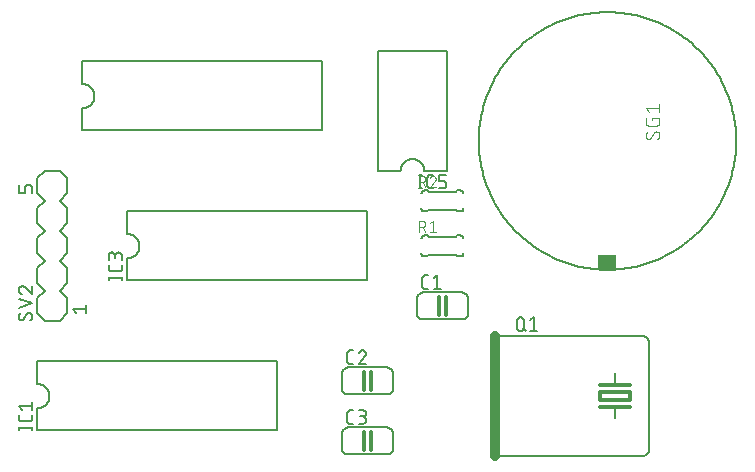
<source format=gbr>
G04 EAGLE Gerber RS-274X export*
G75*
%MOMM*%
%FSLAX34Y34*%
%LPD*%
%INSilkscreen Top*%
%IPPOS*%
%AMOC8*
5,1,8,0,0,1.08239X$1,22.5*%
G01*
%ADD10C,0.152400*%
%ADD11C,0.304800*%
%ADD12C,0.127000*%
%ADD13C,0.812800*%
%ADD14C,0.101600*%
%ADD15C,0.203200*%
%ADD16R,1.600000X1.175000*%


D10*
X359410Y146050D02*
X359410Y158750D01*
X359412Y158890D01*
X359418Y159030D01*
X359427Y159170D01*
X359441Y159309D01*
X359458Y159448D01*
X359479Y159586D01*
X359504Y159724D01*
X359533Y159861D01*
X359565Y159997D01*
X359602Y160132D01*
X359642Y160266D01*
X359685Y160399D01*
X359733Y160531D01*
X359783Y160662D01*
X359838Y160791D01*
X359896Y160918D01*
X359957Y161044D01*
X360022Y161168D01*
X360091Y161290D01*
X360162Y161410D01*
X360237Y161528D01*
X360315Y161645D01*
X360397Y161759D01*
X360481Y161870D01*
X360569Y161979D01*
X360659Y162086D01*
X360753Y162191D01*
X360849Y162292D01*
X360948Y162391D01*
X361049Y162487D01*
X361154Y162581D01*
X361261Y162671D01*
X361370Y162759D01*
X361481Y162843D01*
X361595Y162925D01*
X361712Y163003D01*
X361830Y163078D01*
X361950Y163149D01*
X362072Y163218D01*
X362196Y163283D01*
X362322Y163344D01*
X362449Y163402D01*
X362578Y163457D01*
X362709Y163507D01*
X362841Y163555D01*
X362974Y163598D01*
X363108Y163638D01*
X363243Y163675D01*
X363379Y163707D01*
X363516Y163736D01*
X363654Y163761D01*
X363792Y163782D01*
X363931Y163799D01*
X364070Y163813D01*
X364210Y163822D01*
X364350Y163828D01*
X364490Y163830D01*
X359410Y146050D02*
X359412Y145910D01*
X359418Y145770D01*
X359427Y145630D01*
X359441Y145491D01*
X359458Y145352D01*
X359479Y145214D01*
X359504Y145076D01*
X359533Y144939D01*
X359565Y144803D01*
X359602Y144668D01*
X359642Y144534D01*
X359685Y144401D01*
X359733Y144269D01*
X359783Y144138D01*
X359838Y144009D01*
X359896Y143882D01*
X359957Y143756D01*
X360022Y143632D01*
X360091Y143510D01*
X360162Y143390D01*
X360237Y143272D01*
X360315Y143155D01*
X360397Y143041D01*
X360481Y142930D01*
X360569Y142821D01*
X360659Y142714D01*
X360753Y142609D01*
X360849Y142508D01*
X360948Y142409D01*
X361049Y142313D01*
X361154Y142219D01*
X361261Y142129D01*
X361370Y142041D01*
X361481Y141957D01*
X361595Y141875D01*
X361712Y141797D01*
X361830Y141722D01*
X361950Y141651D01*
X362072Y141582D01*
X362196Y141517D01*
X362322Y141456D01*
X362449Y141398D01*
X362578Y141343D01*
X362709Y141293D01*
X362841Y141245D01*
X362974Y141202D01*
X363108Y141162D01*
X363243Y141125D01*
X363379Y141093D01*
X363516Y141064D01*
X363654Y141039D01*
X363792Y141018D01*
X363931Y141001D01*
X364070Y140987D01*
X364210Y140978D01*
X364350Y140972D01*
X364490Y140970D01*
X364490Y163830D02*
X397510Y163830D01*
X402590Y158750D02*
X402590Y146050D01*
X397510Y140970D02*
X364490Y140970D01*
X397510Y163830D02*
X397650Y163828D01*
X397790Y163822D01*
X397930Y163813D01*
X398069Y163799D01*
X398208Y163782D01*
X398346Y163761D01*
X398484Y163736D01*
X398621Y163707D01*
X398757Y163675D01*
X398892Y163638D01*
X399026Y163598D01*
X399159Y163555D01*
X399291Y163507D01*
X399422Y163457D01*
X399551Y163402D01*
X399678Y163344D01*
X399804Y163283D01*
X399928Y163218D01*
X400050Y163149D01*
X400170Y163078D01*
X400288Y163003D01*
X400405Y162925D01*
X400519Y162843D01*
X400630Y162759D01*
X400739Y162671D01*
X400846Y162581D01*
X400951Y162487D01*
X401052Y162391D01*
X401151Y162292D01*
X401247Y162191D01*
X401341Y162086D01*
X401431Y161979D01*
X401519Y161870D01*
X401603Y161759D01*
X401685Y161645D01*
X401763Y161528D01*
X401838Y161410D01*
X401909Y161290D01*
X401978Y161168D01*
X402043Y161044D01*
X402104Y160918D01*
X402162Y160791D01*
X402217Y160662D01*
X402267Y160531D01*
X402315Y160399D01*
X402358Y160266D01*
X402398Y160132D01*
X402435Y159997D01*
X402467Y159861D01*
X402496Y159724D01*
X402521Y159586D01*
X402542Y159448D01*
X402559Y159309D01*
X402573Y159170D01*
X402582Y159030D01*
X402588Y158890D01*
X402590Y158750D01*
X402590Y146050D02*
X402588Y145910D01*
X402582Y145770D01*
X402573Y145630D01*
X402559Y145491D01*
X402542Y145352D01*
X402521Y145214D01*
X402496Y145076D01*
X402467Y144939D01*
X402435Y144803D01*
X402398Y144668D01*
X402358Y144534D01*
X402315Y144401D01*
X402267Y144269D01*
X402217Y144138D01*
X402162Y144009D01*
X402104Y143882D01*
X402043Y143756D01*
X401978Y143632D01*
X401909Y143510D01*
X401838Y143390D01*
X401763Y143272D01*
X401685Y143155D01*
X401603Y143041D01*
X401519Y142930D01*
X401431Y142821D01*
X401341Y142714D01*
X401247Y142609D01*
X401151Y142508D01*
X401052Y142409D01*
X400951Y142313D01*
X400846Y142219D01*
X400739Y142129D01*
X400630Y142041D01*
X400519Y141957D01*
X400405Y141875D01*
X400288Y141797D01*
X400170Y141722D01*
X400050Y141651D01*
X399928Y141582D01*
X399804Y141517D01*
X399678Y141456D01*
X399551Y141398D01*
X399422Y141343D01*
X399291Y141293D01*
X399159Y141245D01*
X399026Y141202D01*
X398892Y141162D01*
X398757Y141125D01*
X398621Y141093D01*
X398484Y141064D01*
X398346Y141039D01*
X398208Y141018D01*
X398069Y141001D01*
X397930Y140987D01*
X397790Y140978D01*
X397650Y140972D01*
X397510Y140970D01*
D11*
X377952Y144780D02*
X377952Y160020D01*
X384302Y160020D02*
X384302Y144780D01*
D12*
X368935Y167005D02*
X366395Y167005D01*
X366295Y167007D01*
X366196Y167013D01*
X366096Y167023D01*
X365998Y167036D01*
X365899Y167054D01*
X365802Y167075D01*
X365706Y167100D01*
X365610Y167129D01*
X365516Y167162D01*
X365423Y167198D01*
X365332Y167238D01*
X365242Y167282D01*
X365154Y167329D01*
X365068Y167379D01*
X364984Y167433D01*
X364902Y167490D01*
X364823Y167550D01*
X364745Y167614D01*
X364671Y167680D01*
X364599Y167749D01*
X364530Y167821D01*
X364464Y167895D01*
X364400Y167973D01*
X364340Y168052D01*
X364283Y168134D01*
X364229Y168218D01*
X364179Y168304D01*
X364132Y168392D01*
X364088Y168482D01*
X364048Y168573D01*
X364012Y168666D01*
X363979Y168760D01*
X363950Y168856D01*
X363925Y168952D01*
X363904Y169049D01*
X363886Y169148D01*
X363873Y169246D01*
X363863Y169346D01*
X363857Y169445D01*
X363855Y169545D01*
X363855Y175895D01*
X363857Y175995D01*
X363863Y176094D01*
X363873Y176194D01*
X363886Y176292D01*
X363904Y176391D01*
X363925Y176488D01*
X363950Y176584D01*
X363979Y176680D01*
X364012Y176774D01*
X364048Y176867D01*
X364088Y176958D01*
X364132Y177048D01*
X364179Y177136D01*
X364229Y177222D01*
X364283Y177306D01*
X364340Y177388D01*
X364400Y177467D01*
X364464Y177545D01*
X364530Y177619D01*
X364599Y177691D01*
X364671Y177760D01*
X364745Y177826D01*
X364823Y177890D01*
X364902Y177950D01*
X364984Y178007D01*
X365068Y178061D01*
X365154Y178111D01*
X365242Y178158D01*
X365332Y178202D01*
X365423Y178242D01*
X365516Y178278D01*
X365610Y178311D01*
X365706Y178340D01*
X365802Y178365D01*
X365899Y178386D01*
X365998Y178404D01*
X366096Y178417D01*
X366196Y178427D01*
X366295Y178433D01*
X366395Y178435D01*
X368935Y178435D01*
X373417Y175895D02*
X376592Y178435D01*
X376592Y167005D01*
X373417Y167005D02*
X379767Y167005D01*
D10*
X295910Y95250D02*
X295910Y82550D01*
X295910Y95250D02*
X295912Y95390D01*
X295918Y95530D01*
X295927Y95670D01*
X295941Y95809D01*
X295958Y95948D01*
X295979Y96086D01*
X296004Y96224D01*
X296033Y96361D01*
X296065Y96497D01*
X296102Y96632D01*
X296142Y96766D01*
X296185Y96899D01*
X296233Y97031D01*
X296283Y97162D01*
X296338Y97291D01*
X296396Y97418D01*
X296457Y97544D01*
X296522Y97668D01*
X296591Y97790D01*
X296662Y97910D01*
X296737Y98028D01*
X296815Y98145D01*
X296897Y98259D01*
X296981Y98370D01*
X297069Y98479D01*
X297159Y98586D01*
X297253Y98691D01*
X297349Y98792D01*
X297448Y98891D01*
X297549Y98987D01*
X297654Y99081D01*
X297761Y99171D01*
X297870Y99259D01*
X297981Y99343D01*
X298095Y99425D01*
X298212Y99503D01*
X298330Y99578D01*
X298450Y99649D01*
X298572Y99718D01*
X298696Y99783D01*
X298822Y99844D01*
X298949Y99902D01*
X299078Y99957D01*
X299209Y100007D01*
X299341Y100055D01*
X299474Y100098D01*
X299608Y100138D01*
X299743Y100175D01*
X299879Y100207D01*
X300016Y100236D01*
X300154Y100261D01*
X300292Y100282D01*
X300431Y100299D01*
X300570Y100313D01*
X300710Y100322D01*
X300850Y100328D01*
X300990Y100330D01*
X295910Y82550D02*
X295912Y82410D01*
X295918Y82270D01*
X295927Y82130D01*
X295941Y81991D01*
X295958Y81852D01*
X295979Y81714D01*
X296004Y81576D01*
X296033Y81439D01*
X296065Y81303D01*
X296102Y81168D01*
X296142Y81034D01*
X296185Y80901D01*
X296233Y80769D01*
X296283Y80638D01*
X296338Y80509D01*
X296396Y80382D01*
X296457Y80256D01*
X296522Y80132D01*
X296591Y80010D01*
X296662Y79890D01*
X296737Y79772D01*
X296815Y79655D01*
X296897Y79541D01*
X296981Y79430D01*
X297069Y79321D01*
X297159Y79214D01*
X297253Y79109D01*
X297349Y79008D01*
X297448Y78909D01*
X297549Y78813D01*
X297654Y78719D01*
X297761Y78629D01*
X297870Y78541D01*
X297981Y78457D01*
X298095Y78375D01*
X298212Y78297D01*
X298330Y78222D01*
X298450Y78151D01*
X298572Y78082D01*
X298696Y78017D01*
X298822Y77956D01*
X298949Y77898D01*
X299078Y77843D01*
X299209Y77793D01*
X299341Y77745D01*
X299474Y77702D01*
X299608Y77662D01*
X299743Y77625D01*
X299879Y77593D01*
X300016Y77564D01*
X300154Y77539D01*
X300292Y77518D01*
X300431Y77501D01*
X300570Y77487D01*
X300710Y77478D01*
X300850Y77472D01*
X300990Y77470D01*
X300990Y100330D02*
X334010Y100330D01*
X339090Y95250D02*
X339090Y82550D01*
X334010Y77470D02*
X300990Y77470D01*
X334010Y100330D02*
X334150Y100328D01*
X334290Y100322D01*
X334430Y100313D01*
X334569Y100299D01*
X334708Y100282D01*
X334846Y100261D01*
X334984Y100236D01*
X335121Y100207D01*
X335257Y100175D01*
X335392Y100138D01*
X335526Y100098D01*
X335659Y100055D01*
X335791Y100007D01*
X335922Y99957D01*
X336051Y99902D01*
X336178Y99844D01*
X336304Y99783D01*
X336428Y99718D01*
X336550Y99649D01*
X336670Y99578D01*
X336788Y99503D01*
X336905Y99425D01*
X337019Y99343D01*
X337130Y99259D01*
X337239Y99171D01*
X337346Y99081D01*
X337451Y98987D01*
X337552Y98891D01*
X337651Y98792D01*
X337747Y98691D01*
X337841Y98586D01*
X337931Y98479D01*
X338019Y98370D01*
X338103Y98259D01*
X338185Y98145D01*
X338263Y98028D01*
X338338Y97910D01*
X338409Y97790D01*
X338478Y97668D01*
X338543Y97544D01*
X338604Y97418D01*
X338662Y97291D01*
X338717Y97162D01*
X338767Y97031D01*
X338815Y96899D01*
X338858Y96766D01*
X338898Y96632D01*
X338935Y96497D01*
X338967Y96361D01*
X338996Y96224D01*
X339021Y96086D01*
X339042Y95948D01*
X339059Y95809D01*
X339073Y95670D01*
X339082Y95530D01*
X339088Y95390D01*
X339090Y95250D01*
X339090Y82550D02*
X339088Y82410D01*
X339082Y82270D01*
X339073Y82130D01*
X339059Y81991D01*
X339042Y81852D01*
X339021Y81714D01*
X338996Y81576D01*
X338967Y81439D01*
X338935Y81303D01*
X338898Y81168D01*
X338858Y81034D01*
X338815Y80901D01*
X338767Y80769D01*
X338717Y80638D01*
X338662Y80509D01*
X338604Y80382D01*
X338543Y80256D01*
X338478Y80132D01*
X338409Y80010D01*
X338338Y79890D01*
X338263Y79772D01*
X338185Y79655D01*
X338103Y79541D01*
X338019Y79430D01*
X337931Y79321D01*
X337841Y79214D01*
X337747Y79109D01*
X337651Y79008D01*
X337552Y78909D01*
X337451Y78813D01*
X337346Y78719D01*
X337239Y78629D01*
X337130Y78541D01*
X337019Y78457D01*
X336905Y78375D01*
X336788Y78297D01*
X336670Y78222D01*
X336550Y78151D01*
X336428Y78082D01*
X336304Y78017D01*
X336178Y77956D01*
X336051Y77898D01*
X335922Y77843D01*
X335791Y77793D01*
X335659Y77745D01*
X335526Y77702D01*
X335392Y77662D01*
X335257Y77625D01*
X335121Y77593D01*
X334984Y77564D01*
X334846Y77539D01*
X334708Y77518D01*
X334569Y77501D01*
X334430Y77487D01*
X334290Y77478D01*
X334150Y77472D01*
X334010Y77470D01*
D11*
X314452Y81280D02*
X314452Y96520D01*
X320802Y96520D02*
X320802Y81280D01*
D12*
X305435Y103505D02*
X302895Y103505D01*
X302795Y103507D01*
X302696Y103513D01*
X302596Y103523D01*
X302498Y103536D01*
X302399Y103554D01*
X302302Y103575D01*
X302206Y103600D01*
X302110Y103629D01*
X302016Y103662D01*
X301923Y103698D01*
X301832Y103738D01*
X301742Y103782D01*
X301654Y103829D01*
X301568Y103879D01*
X301484Y103933D01*
X301402Y103990D01*
X301323Y104050D01*
X301245Y104114D01*
X301171Y104180D01*
X301099Y104249D01*
X301030Y104321D01*
X300964Y104395D01*
X300900Y104473D01*
X300840Y104552D01*
X300783Y104634D01*
X300729Y104718D01*
X300679Y104804D01*
X300632Y104892D01*
X300588Y104982D01*
X300548Y105073D01*
X300512Y105166D01*
X300479Y105260D01*
X300450Y105356D01*
X300425Y105452D01*
X300404Y105549D01*
X300386Y105648D01*
X300373Y105746D01*
X300363Y105846D01*
X300357Y105945D01*
X300355Y106045D01*
X300355Y112395D01*
X300357Y112495D01*
X300363Y112594D01*
X300373Y112694D01*
X300386Y112792D01*
X300404Y112891D01*
X300425Y112988D01*
X300450Y113084D01*
X300479Y113180D01*
X300512Y113274D01*
X300548Y113367D01*
X300588Y113458D01*
X300632Y113548D01*
X300679Y113636D01*
X300729Y113722D01*
X300783Y113806D01*
X300840Y113888D01*
X300900Y113967D01*
X300964Y114045D01*
X301030Y114119D01*
X301099Y114191D01*
X301171Y114260D01*
X301245Y114326D01*
X301323Y114390D01*
X301402Y114450D01*
X301484Y114507D01*
X301568Y114561D01*
X301654Y114611D01*
X301742Y114658D01*
X301832Y114702D01*
X301923Y114742D01*
X302016Y114778D01*
X302110Y114811D01*
X302206Y114840D01*
X302302Y114865D01*
X302399Y114886D01*
X302498Y114904D01*
X302596Y114917D01*
X302696Y114927D01*
X302795Y114933D01*
X302895Y114935D01*
X305435Y114935D01*
X313410Y114936D02*
X313514Y114934D01*
X313619Y114928D01*
X313723Y114919D01*
X313826Y114906D01*
X313929Y114888D01*
X314031Y114868D01*
X314133Y114843D01*
X314233Y114815D01*
X314333Y114783D01*
X314431Y114747D01*
X314528Y114708D01*
X314623Y114666D01*
X314717Y114620D01*
X314809Y114570D01*
X314899Y114518D01*
X314987Y114462D01*
X315073Y114402D01*
X315157Y114340D01*
X315238Y114275D01*
X315317Y114207D01*
X315394Y114135D01*
X315467Y114062D01*
X315539Y113985D01*
X315607Y113906D01*
X315672Y113825D01*
X315734Y113741D01*
X315794Y113655D01*
X315850Y113567D01*
X315902Y113477D01*
X315952Y113385D01*
X315998Y113291D01*
X316040Y113196D01*
X316079Y113099D01*
X316115Y113001D01*
X316147Y112901D01*
X316175Y112801D01*
X316200Y112699D01*
X316220Y112597D01*
X316238Y112494D01*
X316251Y112391D01*
X316260Y112287D01*
X316266Y112182D01*
X316268Y112078D01*
X313410Y114935D02*
X313292Y114933D01*
X313173Y114927D01*
X313055Y114918D01*
X312938Y114905D01*
X312821Y114887D01*
X312704Y114867D01*
X312588Y114842D01*
X312473Y114814D01*
X312360Y114781D01*
X312247Y114746D01*
X312135Y114706D01*
X312025Y114664D01*
X311916Y114617D01*
X311808Y114567D01*
X311703Y114514D01*
X311599Y114457D01*
X311497Y114397D01*
X311397Y114334D01*
X311299Y114267D01*
X311203Y114198D01*
X311110Y114125D01*
X311019Y114049D01*
X310930Y113971D01*
X310844Y113889D01*
X310761Y113805D01*
X310680Y113719D01*
X310603Y113629D01*
X310528Y113538D01*
X310456Y113444D01*
X310387Y113347D01*
X310322Y113249D01*
X310259Y113148D01*
X310200Y113045D01*
X310144Y112941D01*
X310092Y112835D01*
X310043Y112727D01*
X309998Y112618D01*
X309956Y112507D01*
X309918Y112395D01*
X315315Y109856D02*
X315391Y109931D01*
X315466Y110010D01*
X315537Y110091D01*
X315606Y110175D01*
X315671Y110261D01*
X315733Y110349D01*
X315793Y110439D01*
X315849Y110531D01*
X315902Y110626D01*
X315951Y110722D01*
X315997Y110820D01*
X316040Y110919D01*
X316079Y111020D01*
X316114Y111122D01*
X316146Y111225D01*
X316174Y111329D01*
X316199Y111434D01*
X316220Y111541D01*
X316237Y111647D01*
X316250Y111754D01*
X316259Y111862D01*
X316265Y111970D01*
X316267Y112078D01*
X315315Y109855D02*
X309917Y103505D01*
X316267Y103505D01*
D10*
X295910Y44450D02*
X295910Y31750D01*
X295910Y44450D02*
X295912Y44590D01*
X295918Y44730D01*
X295927Y44870D01*
X295941Y45009D01*
X295958Y45148D01*
X295979Y45286D01*
X296004Y45424D01*
X296033Y45561D01*
X296065Y45697D01*
X296102Y45832D01*
X296142Y45966D01*
X296185Y46099D01*
X296233Y46231D01*
X296283Y46362D01*
X296338Y46491D01*
X296396Y46618D01*
X296457Y46744D01*
X296522Y46868D01*
X296591Y46990D01*
X296662Y47110D01*
X296737Y47228D01*
X296815Y47345D01*
X296897Y47459D01*
X296981Y47570D01*
X297069Y47679D01*
X297159Y47786D01*
X297253Y47891D01*
X297349Y47992D01*
X297448Y48091D01*
X297549Y48187D01*
X297654Y48281D01*
X297761Y48371D01*
X297870Y48459D01*
X297981Y48543D01*
X298095Y48625D01*
X298212Y48703D01*
X298330Y48778D01*
X298450Y48849D01*
X298572Y48918D01*
X298696Y48983D01*
X298822Y49044D01*
X298949Y49102D01*
X299078Y49157D01*
X299209Y49207D01*
X299341Y49255D01*
X299474Y49298D01*
X299608Y49338D01*
X299743Y49375D01*
X299879Y49407D01*
X300016Y49436D01*
X300154Y49461D01*
X300292Y49482D01*
X300431Y49499D01*
X300570Y49513D01*
X300710Y49522D01*
X300850Y49528D01*
X300990Y49530D01*
X295910Y31750D02*
X295912Y31610D01*
X295918Y31470D01*
X295927Y31330D01*
X295941Y31191D01*
X295958Y31052D01*
X295979Y30914D01*
X296004Y30776D01*
X296033Y30639D01*
X296065Y30503D01*
X296102Y30368D01*
X296142Y30234D01*
X296185Y30101D01*
X296233Y29969D01*
X296283Y29838D01*
X296338Y29709D01*
X296396Y29582D01*
X296457Y29456D01*
X296522Y29332D01*
X296591Y29210D01*
X296662Y29090D01*
X296737Y28972D01*
X296815Y28855D01*
X296897Y28741D01*
X296981Y28630D01*
X297069Y28521D01*
X297159Y28414D01*
X297253Y28309D01*
X297349Y28208D01*
X297448Y28109D01*
X297549Y28013D01*
X297654Y27919D01*
X297761Y27829D01*
X297870Y27741D01*
X297981Y27657D01*
X298095Y27575D01*
X298212Y27497D01*
X298330Y27422D01*
X298450Y27351D01*
X298572Y27282D01*
X298696Y27217D01*
X298822Y27156D01*
X298949Y27098D01*
X299078Y27043D01*
X299209Y26993D01*
X299341Y26945D01*
X299474Y26902D01*
X299608Y26862D01*
X299743Y26825D01*
X299879Y26793D01*
X300016Y26764D01*
X300154Y26739D01*
X300292Y26718D01*
X300431Y26701D01*
X300570Y26687D01*
X300710Y26678D01*
X300850Y26672D01*
X300990Y26670D01*
X300990Y49530D02*
X334010Y49530D01*
X339090Y44450D02*
X339090Y31750D01*
X334010Y26670D02*
X300990Y26670D01*
X334010Y49530D02*
X334150Y49528D01*
X334290Y49522D01*
X334430Y49513D01*
X334569Y49499D01*
X334708Y49482D01*
X334846Y49461D01*
X334984Y49436D01*
X335121Y49407D01*
X335257Y49375D01*
X335392Y49338D01*
X335526Y49298D01*
X335659Y49255D01*
X335791Y49207D01*
X335922Y49157D01*
X336051Y49102D01*
X336178Y49044D01*
X336304Y48983D01*
X336428Y48918D01*
X336550Y48849D01*
X336670Y48778D01*
X336788Y48703D01*
X336905Y48625D01*
X337019Y48543D01*
X337130Y48459D01*
X337239Y48371D01*
X337346Y48281D01*
X337451Y48187D01*
X337552Y48091D01*
X337651Y47992D01*
X337747Y47891D01*
X337841Y47786D01*
X337931Y47679D01*
X338019Y47570D01*
X338103Y47459D01*
X338185Y47345D01*
X338263Y47228D01*
X338338Y47110D01*
X338409Y46990D01*
X338478Y46868D01*
X338543Y46744D01*
X338604Y46618D01*
X338662Y46491D01*
X338717Y46362D01*
X338767Y46231D01*
X338815Y46099D01*
X338858Y45966D01*
X338898Y45832D01*
X338935Y45697D01*
X338967Y45561D01*
X338996Y45424D01*
X339021Y45286D01*
X339042Y45148D01*
X339059Y45009D01*
X339073Y44870D01*
X339082Y44730D01*
X339088Y44590D01*
X339090Y44450D01*
X339090Y31750D02*
X339088Y31610D01*
X339082Y31470D01*
X339073Y31330D01*
X339059Y31191D01*
X339042Y31052D01*
X339021Y30914D01*
X338996Y30776D01*
X338967Y30639D01*
X338935Y30503D01*
X338898Y30368D01*
X338858Y30234D01*
X338815Y30101D01*
X338767Y29969D01*
X338717Y29838D01*
X338662Y29709D01*
X338604Y29582D01*
X338543Y29456D01*
X338478Y29332D01*
X338409Y29210D01*
X338338Y29090D01*
X338263Y28972D01*
X338185Y28855D01*
X338103Y28741D01*
X338019Y28630D01*
X337931Y28521D01*
X337841Y28414D01*
X337747Y28309D01*
X337651Y28208D01*
X337552Y28109D01*
X337451Y28013D01*
X337346Y27919D01*
X337239Y27829D01*
X337130Y27741D01*
X337019Y27657D01*
X336905Y27575D01*
X336788Y27497D01*
X336670Y27422D01*
X336550Y27351D01*
X336428Y27282D01*
X336304Y27217D01*
X336178Y27156D01*
X336051Y27098D01*
X335922Y27043D01*
X335791Y26993D01*
X335659Y26945D01*
X335526Y26902D01*
X335392Y26862D01*
X335257Y26825D01*
X335121Y26793D01*
X334984Y26764D01*
X334846Y26739D01*
X334708Y26718D01*
X334569Y26701D01*
X334430Y26687D01*
X334290Y26678D01*
X334150Y26672D01*
X334010Y26670D01*
D11*
X314452Y30480D02*
X314452Y45720D01*
X320802Y45720D02*
X320802Y30480D01*
D12*
X305435Y52705D02*
X302895Y52705D01*
X302795Y52707D01*
X302696Y52713D01*
X302596Y52723D01*
X302498Y52736D01*
X302399Y52754D01*
X302302Y52775D01*
X302206Y52800D01*
X302110Y52829D01*
X302016Y52862D01*
X301923Y52898D01*
X301832Y52938D01*
X301742Y52982D01*
X301654Y53029D01*
X301568Y53079D01*
X301484Y53133D01*
X301402Y53190D01*
X301323Y53250D01*
X301245Y53314D01*
X301171Y53380D01*
X301099Y53449D01*
X301030Y53521D01*
X300964Y53595D01*
X300900Y53673D01*
X300840Y53752D01*
X300783Y53834D01*
X300729Y53918D01*
X300679Y54004D01*
X300632Y54092D01*
X300588Y54182D01*
X300548Y54273D01*
X300512Y54366D01*
X300479Y54460D01*
X300450Y54556D01*
X300425Y54652D01*
X300404Y54749D01*
X300386Y54848D01*
X300373Y54946D01*
X300363Y55046D01*
X300357Y55145D01*
X300355Y55245D01*
X300355Y61595D01*
X300357Y61695D01*
X300363Y61794D01*
X300373Y61894D01*
X300386Y61992D01*
X300404Y62091D01*
X300425Y62188D01*
X300450Y62284D01*
X300479Y62380D01*
X300512Y62474D01*
X300548Y62567D01*
X300588Y62658D01*
X300632Y62748D01*
X300679Y62836D01*
X300729Y62922D01*
X300783Y63006D01*
X300840Y63088D01*
X300900Y63167D01*
X300964Y63245D01*
X301030Y63319D01*
X301099Y63391D01*
X301171Y63460D01*
X301245Y63526D01*
X301323Y63590D01*
X301402Y63650D01*
X301484Y63707D01*
X301568Y63761D01*
X301654Y63811D01*
X301742Y63858D01*
X301832Y63902D01*
X301923Y63942D01*
X302016Y63978D01*
X302110Y64011D01*
X302206Y64040D01*
X302302Y64065D01*
X302399Y64086D01*
X302498Y64104D01*
X302596Y64117D01*
X302696Y64127D01*
X302795Y64133D01*
X302895Y64135D01*
X305435Y64135D01*
X309917Y52705D02*
X313092Y52705D01*
X313203Y52707D01*
X313313Y52713D01*
X313424Y52722D01*
X313534Y52736D01*
X313643Y52753D01*
X313752Y52774D01*
X313860Y52799D01*
X313967Y52828D01*
X314073Y52860D01*
X314178Y52896D01*
X314281Y52936D01*
X314383Y52979D01*
X314484Y53026D01*
X314583Y53077D01*
X314680Y53130D01*
X314774Y53187D01*
X314867Y53248D01*
X314958Y53311D01*
X315047Y53378D01*
X315133Y53448D01*
X315216Y53521D01*
X315298Y53596D01*
X315376Y53674D01*
X315451Y53756D01*
X315524Y53839D01*
X315594Y53925D01*
X315661Y54014D01*
X315724Y54105D01*
X315785Y54198D01*
X315842Y54292D01*
X315895Y54389D01*
X315946Y54488D01*
X315993Y54589D01*
X316036Y54691D01*
X316076Y54794D01*
X316112Y54899D01*
X316144Y55005D01*
X316173Y55112D01*
X316198Y55220D01*
X316219Y55329D01*
X316236Y55438D01*
X316250Y55548D01*
X316259Y55659D01*
X316265Y55769D01*
X316267Y55880D01*
X316265Y55991D01*
X316259Y56101D01*
X316250Y56212D01*
X316236Y56322D01*
X316219Y56431D01*
X316198Y56540D01*
X316173Y56648D01*
X316144Y56755D01*
X316112Y56861D01*
X316076Y56966D01*
X316036Y57069D01*
X315993Y57171D01*
X315946Y57272D01*
X315895Y57371D01*
X315842Y57467D01*
X315785Y57562D01*
X315724Y57655D01*
X315661Y57746D01*
X315594Y57835D01*
X315524Y57921D01*
X315451Y58004D01*
X315376Y58086D01*
X315298Y58164D01*
X315216Y58239D01*
X315133Y58312D01*
X315047Y58382D01*
X314958Y58449D01*
X314867Y58512D01*
X314774Y58573D01*
X314680Y58630D01*
X314583Y58683D01*
X314484Y58734D01*
X314383Y58781D01*
X314281Y58824D01*
X314178Y58864D01*
X314073Y58900D01*
X313967Y58932D01*
X313860Y58961D01*
X313752Y58986D01*
X313643Y59007D01*
X313534Y59024D01*
X313424Y59038D01*
X313313Y59047D01*
X313203Y59053D01*
X313092Y59055D01*
X313727Y64135D02*
X309917Y64135D01*
X313727Y64135D02*
X313827Y64133D01*
X313926Y64127D01*
X314026Y64117D01*
X314124Y64104D01*
X314223Y64086D01*
X314320Y64065D01*
X314416Y64040D01*
X314512Y64011D01*
X314606Y63978D01*
X314699Y63942D01*
X314790Y63902D01*
X314880Y63858D01*
X314968Y63811D01*
X315054Y63761D01*
X315138Y63707D01*
X315220Y63650D01*
X315299Y63590D01*
X315377Y63526D01*
X315451Y63460D01*
X315523Y63391D01*
X315592Y63319D01*
X315658Y63245D01*
X315722Y63167D01*
X315782Y63088D01*
X315839Y63006D01*
X315893Y62922D01*
X315943Y62836D01*
X315990Y62748D01*
X316034Y62658D01*
X316074Y62567D01*
X316110Y62474D01*
X316143Y62380D01*
X316172Y62284D01*
X316197Y62188D01*
X316218Y62091D01*
X316236Y61992D01*
X316249Y61894D01*
X316259Y61794D01*
X316265Y61695D01*
X316267Y61595D01*
X316265Y61495D01*
X316259Y61396D01*
X316249Y61296D01*
X316236Y61198D01*
X316218Y61099D01*
X316197Y61002D01*
X316172Y60906D01*
X316143Y60810D01*
X316110Y60716D01*
X316074Y60623D01*
X316034Y60532D01*
X315990Y60442D01*
X315943Y60354D01*
X315893Y60268D01*
X315839Y60184D01*
X315782Y60102D01*
X315722Y60023D01*
X315658Y59945D01*
X315592Y59871D01*
X315523Y59799D01*
X315451Y59730D01*
X315377Y59664D01*
X315299Y59600D01*
X315220Y59540D01*
X315138Y59483D01*
X315054Y59429D01*
X314968Y59379D01*
X314880Y59332D01*
X314790Y59288D01*
X314699Y59248D01*
X314606Y59212D01*
X314512Y59179D01*
X314416Y59150D01*
X314320Y59125D01*
X314223Y59104D01*
X314124Y59086D01*
X314026Y59073D01*
X313926Y59063D01*
X313827Y59057D01*
X313727Y59055D01*
X311187Y59055D01*
D10*
X241300Y105410D02*
X38100Y105410D01*
X38100Y46990D02*
X241300Y46990D01*
X241300Y105410D01*
X38100Y105410D02*
X38100Y86360D01*
X38100Y66040D02*
X38100Y46990D01*
X38100Y66040D02*
X38347Y66043D01*
X38595Y66052D01*
X38842Y66067D01*
X39088Y66088D01*
X39334Y66115D01*
X39579Y66148D01*
X39824Y66187D01*
X40067Y66232D01*
X40309Y66283D01*
X40550Y66340D01*
X40789Y66402D01*
X41027Y66471D01*
X41263Y66545D01*
X41497Y66625D01*
X41729Y66710D01*
X41959Y66802D01*
X42187Y66898D01*
X42412Y67001D01*
X42635Y67108D01*
X42855Y67222D01*
X43072Y67340D01*
X43287Y67464D01*
X43498Y67593D01*
X43706Y67727D01*
X43911Y67866D01*
X44112Y68010D01*
X44310Y68158D01*
X44504Y68312D01*
X44694Y68470D01*
X44880Y68633D01*
X45062Y68800D01*
X45240Y68972D01*
X45414Y69148D01*
X45584Y69328D01*
X45749Y69513D01*
X45909Y69701D01*
X46065Y69893D01*
X46217Y70089D01*
X46363Y70288D01*
X46505Y70491D01*
X46641Y70698D01*
X46773Y70907D01*
X46899Y71120D01*
X47020Y71336D01*
X47136Y71554D01*
X47246Y71776D01*
X47351Y72000D01*
X47451Y72226D01*
X47545Y72455D01*
X47633Y72686D01*
X47716Y72920D01*
X47793Y73155D01*
X47864Y73392D01*
X47930Y73630D01*
X47989Y73870D01*
X48043Y74112D01*
X48091Y74355D01*
X48133Y74598D01*
X48169Y74843D01*
X48199Y75089D01*
X48223Y75335D01*
X48241Y75582D01*
X48253Y75829D01*
X48259Y76076D01*
X48259Y76324D01*
X48253Y76571D01*
X48241Y76818D01*
X48223Y77065D01*
X48199Y77311D01*
X48169Y77557D01*
X48133Y77802D01*
X48091Y78045D01*
X48043Y78288D01*
X47989Y78530D01*
X47930Y78770D01*
X47864Y79008D01*
X47793Y79245D01*
X47716Y79480D01*
X47633Y79714D01*
X47545Y79945D01*
X47451Y80174D01*
X47351Y80400D01*
X47246Y80624D01*
X47136Y80846D01*
X47020Y81064D01*
X46899Y81280D01*
X46773Y81493D01*
X46641Y81702D01*
X46505Y81909D01*
X46363Y82112D01*
X46217Y82311D01*
X46065Y82507D01*
X45909Y82699D01*
X45749Y82887D01*
X45584Y83072D01*
X45414Y83252D01*
X45240Y83428D01*
X45062Y83600D01*
X44880Y83767D01*
X44694Y83930D01*
X44504Y84088D01*
X44310Y84242D01*
X44112Y84390D01*
X43911Y84534D01*
X43706Y84673D01*
X43498Y84807D01*
X43287Y84936D01*
X43072Y85060D01*
X42855Y85178D01*
X42635Y85292D01*
X42412Y85399D01*
X42187Y85502D01*
X41959Y85598D01*
X41729Y85690D01*
X41497Y85775D01*
X41263Y85855D01*
X41027Y85929D01*
X40789Y85998D01*
X40550Y86060D01*
X40309Y86117D01*
X40067Y86168D01*
X39824Y86213D01*
X39579Y86252D01*
X39334Y86285D01*
X39088Y86312D01*
X38842Y86333D01*
X38595Y86348D01*
X38347Y86357D01*
X38100Y86360D01*
D12*
X33655Y48895D02*
X22225Y48895D01*
X33655Y47625D02*
X33655Y50165D01*
X22225Y50165D02*
X22225Y47625D01*
X33655Y57367D02*
X33655Y59907D01*
X33655Y57367D02*
X33653Y57267D01*
X33647Y57168D01*
X33637Y57068D01*
X33624Y56970D01*
X33606Y56871D01*
X33585Y56774D01*
X33560Y56678D01*
X33531Y56582D01*
X33498Y56488D01*
X33462Y56395D01*
X33422Y56304D01*
X33378Y56214D01*
X33331Y56126D01*
X33281Y56040D01*
X33227Y55956D01*
X33170Y55874D01*
X33110Y55795D01*
X33046Y55717D01*
X32980Y55643D01*
X32911Y55571D01*
X32839Y55502D01*
X32765Y55436D01*
X32687Y55372D01*
X32608Y55312D01*
X32526Y55255D01*
X32442Y55201D01*
X32356Y55151D01*
X32268Y55104D01*
X32178Y55060D01*
X32087Y55020D01*
X31994Y54984D01*
X31900Y54951D01*
X31804Y54922D01*
X31708Y54897D01*
X31611Y54876D01*
X31512Y54858D01*
X31414Y54845D01*
X31314Y54835D01*
X31215Y54829D01*
X31115Y54827D01*
X24765Y54827D01*
X24665Y54829D01*
X24566Y54835D01*
X24466Y54845D01*
X24368Y54858D01*
X24269Y54876D01*
X24172Y54897D01*
X24076Y54922D01*
X23980Y54951D01*
X23886Y54984D01*
X23793Y55020D01*
X23702Y55060D01*
X23612Y55104D01*
X23524Y55151D01*
X23438Y55201D01*
X23354Y55255D01*
X23272Y55312D01*
X23193Y55372D01*
X23115Y55436D01*
X23041Y55502D01*
X22969Y55571D01*
X22900Y55643D01*
X22834Y55717D01*
X22770Y55795D01*
X22710Y55874D01*
X22653Y55956D01*
X22599Y56040D01*
X22549Y56126D01*
X22502Y56214D01*
X22458Y56304D01*
X22418Y56395D01*
X22382Y56488D01*
X22349Y56582D01*
X22320Y56678D01*
X22295Y56774D01*
X22274Y56871D01*
X22256Y56970D01*
X22243Y57068D01*
X22233Y57168D01*
X22227Y57267D01*
X22225Y57367D01*
X22225Y59907D01*
X24765Y64389D02*
X22225Y67564D01*
X33655Y67564D01*
X33655Y64389D02*
X33655Y70739D01*
D10*
X76200Y359410D02*
X279400Y359410D01*
X279400Y300990D02*
X76200Y300990D01*
X279400Y300990D02*
X279400Y359410D01*
X76200Y359410D02*
X76200Y340360D01*
X76200Y320040D02*
X76200Y300990D01*
X76200Y320040D02*
X76447Y320043D01*
X76695Y320052D01*
X76942Y320067D01*
X77188Y320088D01*
X77434Y320115D01*
X77679Y320148D01*
X77924Y320187D01*
X78167Y320232D01*
X78409Y320283D01*
X78650Y320340D01*
X78889Y320402D01*
X79127Y320471D01*
X79363Y320545D01*
X79597Y320625D01*
X79829Y320710D01*
X80059Y320802D01*
X80287Y320898D01*
X80512Y321001D01*
X80735Y321108D01*
X80955Y321222D01*
X81172Y321340D01*
X81387Y321464D01*
X81598Y321593D01*
X81806Y321727D01*
X82011Y321866D01*
X82212Y322010D01*
X82410Y322158D01*
X82604Y322312D01*
X82794Y322470D01*
X82980Y322633D01*
X83162Y322800D01*
X83340Y322972D01*
X83514Y323148D01*
X83684Y323328D01*
X83849Y323513D01*
X84009Y323701D01*
X84165Y323893D01*
X84317Y324089D01*
X84463Y324288D01*
X84605Y324491D01*
X84741Y324698D01*
X84873Y324907D01*
X84999Y325120D01*
X85120Y325336D01*
X85236Y325554D01*
X85346Y325776D01*
X85451Y326000D01*
X85551Y326226D01*
X85645Y326455D01*
X85733Y326686D01*
X85816Y326920D01*
X85893Y327155D01*
X85964Y327392D01*
X86030Y327630D01*
X86089Y327870D01*
X86143Y328112D01*
X86191Y328355D01*
X86233Y328598D01*
X86269Y328843D01*
X86299Y329089D01*
X86323Y329335D01*
X86341Y329582D01*
X86353Y329829D01*
X86359Y330076D01*
X86359Y330324D01*
X86353Y330571D01*
X86341Y330818D01*
X86323Y331065D01*
X86299Y331311D01*
X86269Y331557D01*
X86233Y331802D01*
X86191Y332045D01*
X86143Y332288D01*
X86089Y332530D01*
X86030Y332770D01*
X85964Y333008D01*
X85893Y333245D01*
X85816Y333480D01*
X85733Y333714D01*
X85645Y333945D01*
X85551Y334174D01*
X85451Y334400D01*
X85346Y334624D01*
X85236Y334846D01*
X85120Y335064D01*
X84999Y335280D01*
X84873Y335493D01*
X84741Y335702D01*
X84605Y335909D01*
X84463Y336112D01*
X84317Y336311D01*
X84165Y336507D01*
X84009Y336699D01*
X83849Y336887D01*
X83684Y337072D01*
X83514Y337252D01*
X83340Y337428D01*
X83162Y337600D01*
X82980Y337767D01*
X82794Y337930D01*
X82604Y338088D01*
X82410Y338242D01*
X82212Y338390D01*
X82011Y338534D01*
X81806Y338673D01*
X81598Y338807D01*
X81387Y338936D01*
X81172Y339060D01*
X80955Y339178D01*
X80735Y339292D01*
X80512Y339399D01*
X80287Y339502D01*
X80059Y339598D01*
X79829Y339690D01*
X79597Y339775D01*
X79363Y339855D01*
X79127Y339929D01*
X78889Y339998D01*
X78650Y340060D01*
X78409Y340117D01*
X78167Y340168D01*
X77924Y340213D01*
X77679Y340252D01*
X77434Y340285D01*
X77188Y340312D01*
X76942Y340333D01*
X76695Y340348D01*
X76447Y340357D01*
X76200Y340360D01*
X114300Y232410D02*
X317500Y232410D01*
X317500Y173990D02*
X114300Y173990D01*
X317500Y173990D02*
X317500Y232410D01*
X114300Y232410D02*
X114300Y213360D01*
X114300Y193040D02*
X114300Y173990D01*
X114300Y193040D02*
X114547Y193043D01*
X114795Y193052D01*
X115042Y193067D01*
X115288Y193088D01*
X115534Y193115D01*
X115779Y193148D01*
X116024Y193187D01*
X116267Y193232D01*
X116509Y193283D01*
X116750Y193340D01*
X116989Y193402D01*
X117227Y193471D01*
X117463Y193545D01*
X117697Y193625D01*
X117929Y193710D01*
X118159Y193802D01*
X118387Y193898D01*
X118612Y194001D01*
X118835Y194108D01*
X119055Y194222D01*
X119272Y194340D01*
X119487Y194464D01*
X119698Y194593D01*
X119906Y194727D01*
X120111Y194866D01*
X120312Y195010D01*
X120510Y195158D01*
X120704Y195312D01*
X120894Y195470D01*
X121080Y195633D01*
X121262Y195800D01*
X121440Y195972D01*
X121614Y196148D01*
X121784Y196328D01*
X121949Y196513D01*
X122109Y196701D01*
X122265Y196893D01*
X122417Y197089D01*
X122563Y197288D01*
X122705Y197491D01*
X122841Y197698D01*
X122973Y197907D01*
X123099Y198120D01*
X123220Y198336D01*
X123336Y198554D01*
X123446Y198776D01*
X123551Y199000D01*
X123651Y199226D01*
X123745Y199455D01*
X123833Y199686D01*
X123916Y199920D01*
X123993Y200155D01*
X124064Y200392D01*
X124130Y200630D01*
X124189Y200870D01*
X124243Y201112D01*
X124291Y201355D01*
X124333Y201598D01*
X124369Y201843D01*
X124399Y202089D01*
X124423Y202335D01*
X124441Y202582D01*
X124453Y202829D01*
X124459Y203076D01*
X124459Y203324D01*
X124453Y203571D01*
X124441Y203818D01*
X124423Y204065D01*
X124399Y204311D01*
X124369Y204557D01*
X124333Y204802D01*
X124291Y205045D01*
X124243Y205288D01*
X124189Y205530D01*
X124130Y205770D01*
X124064Y206008D01*
X123993Y206245D01*
X123916Y206480D01*
X123833Y206714D01*
X123745Y206945D01*
X123651Y207174D01*
X123551Y207400D01*
X123446Y207624D01*
X123336Y207846D01*
X123220Y208064D01*
X123099Y208280D01*
X122973Y208493D01*
X122841Y208702D01*
X122705Y208909D01*
X122563Y209112D01*
X122417Y209311D01*
X122265Y209507D01*
X122109Y209699D01*
X121949Y209887D01*
X121784Y210072D01*
X121614Y210252D01*
X121440Y210428D01*
X121262Y210600D01*
X121080Y210767D01*
X120894Y210930D01*
X120704Y211088D01*
X120510Y211242D01*
X120312Y211390D01*
X120111Y211534D01*
X119906Y211673D01*
X119698Y211807D01*
X119487Y211936D01*
X119272Y212060D01*
X119055Y212178D01*
X118835Y212292D01*
X118612Y212399D01*
X118387Y212502D01*
X118159Y212598D01*
X117929Y212690D01*
X117697Y212775D01*
X117463Y212855D01*
X117227Y212929D01*
X116989Y212998D01*
X116750Y213060D01*
X116509Y213117D01*
X116267Y213168D01*
X116024Y213213D01*
X115779Y213252D01*
X115534Y213285D01*
X115288Y213312D01*
X115042Y213333D01*
X114795Y213348D01*
X114547Y213357D01*
X114300Y213360D01*
D12*
X109855Y175895D02*
X98425Y175895D01*
X109855Y174625D02*
X109855Y177165D01*
X98425Y177165D02*
X98425Y174625D01*
X109855Y184367D02*
X109855Y186907D01*
X109855Y184367D02*
X109853Y184267D01*
X109847Y184168D01*
X109837Y184068D01*
X109824Y183970D01*
X109806Y183871D01*
X109785Y183774D01*
X109760Y183678D01*
X109731Y183582D01*
X109698Y183488D01*
X109662Y183395D01*
X109622Y183304D01*
X109578Y183214D01*
X109531Y183126D01*
X109481Y183040D01*
X109427Y182956D01*
X109370Y182874D01*
X109310Y182795D01*
X109246Y182717D01*
X109180Y182643D01*
X109111Y182571D01*
X109039Y182502D01*
X108965Y182436D01*
X108887Y182372D01*
X108808Y182312D01*
X108726Y182255D01*
X108642Y182201D01*
X108556Y182151D01*
X108468Y182104D01*
X108378Y182060D01*
X108287Y182020D01*
X108194Y181984D01*
X108100Y181951D01*
X108004Y181922D01*
X107908Y181897D01*
X107811Y181876D01*
X107712Y181858D01*
X107614Y181845D01*
X107514Y181835D01*
X107415Y181829D01*
X107315Y181827D01*
X100965Y181827D01*
X100865Y181829D01*
X100766Y181835D01*
X100666Y181845D01*
X100568Y181858D01*
X100469Y181876D01*
X100372Y181897D01*
X100276Y181922D01*
X100180Y181951D01*
X100086Y181984D01*
X99993Y182020D01*
X99902Y182060D01*
X99812Y182104D01*
X99724Y182151D01*
X99638Y182201D01*
X99554Y182255D01*
X99472Y182312D01*
X99393Y182372D01*
X99315Y182436D01*
X99241Y182502D01*
X99169Y182571D01*
X99100Y182643D01*
X99034Y182717D01*
X98970Y182795D01*
X98910Y182874D01*
X98853Y182956D01*
X98799Y183040D01*
X98749Y183126D01*
X98702Y183214D01*
X98658Y183304D01*
X98618Y183395D01*
X98582Y183488D01*
X98549Y183582D01*
X98520Y183678D01*
X98495Y183774D01*
X98474Y183871D01*
X98456Y183970D01*
X98443Y184068D01*
X98433Y184168D01*
X98427Y184267D01*
X98425Y184367D01*
X98425Y186907D01*
X109855Y191389D02*
X109855Y194564D01*
X109853Y194675D01*
X109847Y194785D01*
X109838Y194896D01*
X109824Y195006D01*
X109807Y195115D01*
X109786Y195224D01*
X109761Y195332D01*
X109732Y195439D01*
X109700Y195545D01*
X109664Y195650D01*
X109624Y195753D01*
X109581Y195855D01*
X109534Y195956D01*
X109483Y196055D01*
X109430Y196152D01*
X109373Y196246D01*
X109312Y196339D01*
X109249Y196430D01*
X109182Y196519D01*
X109112Y196605D01*
X109039Y196688D01*
X108964Y196770D01*
X108886Y196848D01*
X108804Y196923D01*
X108721Y196996D01*
X108635Y197066D01*
X108546Y197133D01*
X108455Y197196D01*
X108362Y197257D01*
X108268Y197314D01*
X108171Y197367D01*
X108072Y197418D01*
X107971Y197465D01*
X107869Y197508D01*
X107766Y197548D01*
X107661Y197584D01*
X107555Y197616D01*
X107448Y197645D01*
X107340Y197670D01*
X107231Y197691D01*
X107122Y197708D01*
X107012Y197722D01*
X106901Y197731D01*
X106791Y197737D01*
X106680Y197739D01*
X106569Y197737D01*
X106459Y197731D01*
X106348Y197722D01*
X106238Y197708D01*
X106129Y197691D01*
X106020Y197670D01*
X105912Y197645D01*
X105805Y197616D01*
X105699Y197584D01*
X105594Y197548D01*
X105491Y197508D01*
X105389Y197465D01*
X105288Y197418D01*
X105189Y197367D01*
X105093Y197314D01*
X104998Y197257D01*
X104905Y197196D01*
X104814Y197133D01*
X104725Y197066D01*
X104639Y196996D01*
X104556Y196923D01*
X104474Y196848D01*
X104396Y196770D01*
X104321Y196688D01*
X104248Y196605D01*
X104178Y196519D01*
X104111Y196430D01*
X104048Y196339D01*
X103987Y196246D01*
X103930Y196152D01*
X103877Y196055D01*
X103826Y195956D01*
X103779Y195855D01*
X103736Y195753D01*
X103696Y195650D01*
X103660Y195545D01*
X103628Y195439D01*
X103599Y195332D01*
X103574Y195224D01*
X103553Y195115D01*
X103536Y195006D01*
X103522Y194896D01*
X103513Y194785D01*
X103507Y194675D01*
X103505Y194564D01*
X98425Y195199D02*
X98425Y191389D01*
X98425Y195199D02*
X98427Y195299D01*
X98433Y195398D01*
X98443Y195498D01*
X98456Y195596D01*
X98474Y195695D01*
X98495Y195792D01*
X98520Y195888D01*
X98549Y195984D01*
X98582Y196078D01*
X98618Y196171D01*
X98658Y196262D01*
X98702Y196352D01*
X98749Y196440D01*
X98799Y196526D01*
X98853Y196610D01*
X98910Y196692D01*
X98970Y196771D01*
X99034Y196849D01*
X99100Y196923D01*
X99169Y196995D01*
X99241Y197064D01*
X99315Y197130D01*
X99393Y197194D01*
X99472Y197254D01*
X99554Y197311D01*
X99638Y197365D01*
X99724Y197415D01*
X99812Y197462D01*
X99902Y197506D01*
X99993Y197546D01*
X100086Y197582D01*
X100180Y197615D01*
X100276Y197644D01*
X100372Y197669D01*
X100469Y197690D01*
X100568Y197708D01*
X100666Y197721D01*
X100766Y197731D01*
X100865Y197737D01*
X100965Y197739D01*
X101065Y197737D01*
X101164Y197731D01*
X101264Y197721D01*
X101362Y197708D01*
X101461Y197690D01*
X101558Y197669D01*
X101654Y197644D01*
X101750Y197615D01*
X101844Y197582D01*
X101937Y197546D01*
X102028Y197506D01*
X102118Y197462D01*
X102206Y197415D01*
X102292Y197365D01*
X102376Y197311D01*
X102458Y197254D01*
X102537Y197194D01*
X102615Y197130D01*
X102689Y197064D01*
X102761Y196995D01*
X102830Y196923D01*
X102896Y196849D01*
X102960Y196771D01*
X103020Y196692D01*
X103077Y196610D01*
X103131Y196526D01*
X103181Y196440D01*
X103228Y196352D01*
X103272Y196262D01*
X103312Y196171D01*
X103348Y196078D01*
X103381Y195984D01*
X103410Y195888D01*
X103435Y195792D01*
X103456Y195695D01*
X103474Y195596D01*
X103487Y195498D01*
X103497Y195398D01*
X103503Y195299D01*
X103505Y195199D01*
X103505Y192659D01*
D10*
X326390Y266700D02*
X326390Y368300D01*
X384810Y368300D02*
X384810Y266700D01*
X384810Y368300D02*
X326390Y368300D01*
X326390Y266700D02*
X345440Y266700D01*
X365760Y266700D02*
X384810Y266700D01*
X365760Y266700D02*
X365757Y266947D01*
X365748Y267195D01*
X365733Y267442D01*
X365712Y267688D01*
X365685Y267934D01*
X365652Y268179D01*
X365613Y268424D01*
X365568Y268667D01*
X365517Y268909D01*
X365460Y269150D01*
X365398Y269389D01*
X365329Y269627D01*
X365255Y269863D01*
X365175Y270097D01*
X365090Y270329D01*
X364998Y270559D01*
X364902Y270787D01*
X364799Y271012D01*
X364692Y271235D01*
X364578Y271455D01*
X364460Y271672D01*
X364336Y271887D01*
X364207Y272098D01*
X364073Y272306D01*
X363934Y272511D01*
X363790Y272712D01*
X363642Y272910D01*
X363488Y273104D01*
X363330Y273294D01*
X363167Y273480D01*
X363000Y273662D01*
X362828Y273840D01*
X362652Y274014D01*
X362472Y274184D01*
X362287Y274349D01*
X362099Y274509D01*
X361907Y274665D01*
X361711Y274817D01*
X361512Y274963D01*
X361309Y275105D01*
X361102Y275241D01*
X360893Y275373D01*
X360680Y275499D01*
X360464Y275620D01*
X360246Y275736D01*
X360024Y275846D01*
X359800Y275951D01*
X359574Y276051D01*
X359345Y276145D01*
X359114Y276233D01*
X358880Y276316D01*
X358645Y276393D01*
X358408Y276464D01*
X358170Y276530D01*
X357930Y276589D01*
X357688Y276643D01*
X357445Y276691D01*
X357202Y276733D01*
X356957Y276769D01*
X356711Y276799D01*
X356465Y276823D01*
X356218Y276841D01*
X355971Y276853D01*
X355724Y276859D01*
X355476Y276859D01*
X355229Y276853D01*
X354982Y276841D01*
X354735Y276823D01*
X354489Y276799D01*
X354243Y276769D01*
X353998Y276733D01*
X353755Y276691D01*
X353512Y276643D01*
X353270Y276589D01*
X353030Y276530D01*
X352792Y276464D01*
X352555Y276393D01*
X352320Y276316D01*
X352086Y276233D01*
X351855Y276145D01*
X351626Y276051D01*
X351400Y275951D01*
X351176Y275846D01*
X350954Y275736D01*
X350736Y275620D01*
X350520Y275499D01*
X350307Y275373D01*
X350098Y275241D01*
X349891Y275105D01*
X349688Y274963D01*
X349489Y274817D01*
X349293Y274665D01*
X349101Y274509D01*
X348913Y274349D01*
X348728Y274184D01*
X348548Y274014D01*
X348372Y273840D01*
X348200Y273662D01*
X348033Y273480D01*
X347870Y273294D01*
X347712Y273104D01*
X347558Y272910D01*
X347410Y272712D01*
X347266Y272511D01*
X347127Y272306D01*
X346993Y272098D01*
X346864Y271887D01*
X346740Y271672D01*
X346622Y271455D01*
X346508Y271235D01*
X346401Y271012D01*
X346298Y270787D01*
X346202Y270559D01*
X346110Y270329D01*
X346025Y270097D01*
X345945Y269863D01*
X345871Y269627D01*
X345802Y269389D01*
X345740Y269150D01*
X345683Y268909D01*
X345632Y268667D01*
X345587Y268424D01*
X345548Y268179D01*
X345515Y267934D01*
X345488Y267688D01*
X345467Y267442D01*
X345452Y267195D01*
X345443Y266947D01*
X345440Y266700D01*
D12*
X362331Y263525D02*
X362331Y252095D01*
X361061Y252095D02*
X363601Y252095D01*
X363601Y263525D02*
X361061Y263525D01*
X370803Y252095D02*
X373343Y252095D01*
X370803Y252095D02*
X370703Y252097D01*
X370604Y252103D01*
X370504Y252113D01*
X370406Y252126D01*
X370307Y252144D01*
X370210Y252165D01*
X370114Y252190D01*
X370018Y252219D01*
X369924Y252252D01*
X369831Y252288D01*
X369740Y252328D01*
X369650Y252372D01*
X369562Y252419D01*
X369476Y252469D01*
X369392Y252523D01*
X369310Y252580D01*
X369231Y252640D01*
X369153Y252704D01*
X369079Y252770D01*
X369007Y252839D01*
X368938Y252911D01*
X368872Y252985D01*
X368808Y253063D01*
X368748Y253142D01*
X368691Y253224D01*
X368637Y253308D01*
X368587Y253394D01*
X368540Y253482D01*
X368496Y253572D01*
X368456Y253663D01*
X368420Y253756D01*
X368387Y253850D01*
X368358Y253946D01*
X368333Y254042D01*
X368312Y254139D01*
X368294Y254238D01*
X368281Y254336D01*
X368271Y254436D01*
X368265Y254535D01*
X368263Y254635D01*
X368263Y260985D01*
X368265Y261085D01*
X368271Y261184D01*
X368281Y261284D01*
X368294Y261382D01*
X368312Y261481D01*
X368333Y261578D01*
X368358Y261674D01*
X368387Y261770D01*
X368420Y261864D01*
X368456Y261957D01*
X368496Y262048D01*
X368540Y262138D01*
X368587Y262226D01*
X368637Y262312D01*
X368691Y262396D01*
X368748Y262478D01*
X368808Y262557D01*
X368872Y262635D01*
X368938Y262709D01*
X369007Y262781D01*
X369079Y262850D01*
X369153Y262916D01*
X369231Y262980D01*
X369310Y263040D01*
X369392Y263097D01*
X369476Y263151D01*
X369562Y263201D01*
X369650Y263248D01*
X369740Y263292D01*
X369831Y263332D01*
X369924Y263368D01*
X370018Y263401D01*
X370114Y263430D01*
X370210Y263455D01*
X370307Y263476D01*
X370406Y263494D01*
X370504Y263507D01*
X370604Y263517D01*
X370703Y263523D01*
X370803Y263525D01*
X373343Y263525D01*
X377825Y252095D02*
X381635Y252095D01*
X381735Y252097D01*
X381834Y252103D01*
X381934Y252113D01*
X382032Y252126D01*
X382131Y252144D01*
X382228Y252165D01*
X382324Y252190D01*
X382420Y252219D01*
X382514Y252252D01*
X382607Y252288D01*
X382698Y252328D01*
X382788Y252372D01*
X382876Y252419D01*
X382962Y252469D01*
X383046Y252523D01*
X383128Y252580D01*
X383207Y252640D01*
X383285Y252704D01*
X383359Y252770D01*
X383431Y252839D01*
X383500Y252911D01*
X383566Y252985D01*
X383630Y253063D01*
X383690Y253142D01*
X383747Y253224D01*
X383801Y253308D01*
X383851Y253394D01*
X383898Y253482D01*
X383942Y253572D01*
X383982Y253663D01*
X384018Y253756D01*
X384051Y253850D01*
X384080Y253946D01*
X384105Y254042D01*
X384126Y254139D01*
X384144Y254238D01*
X384157Y254336D01*
X384167Y254436D01*
X384173Y254535D01*
X384175Y254635D01*
X384175Y255905D01*
X384173Y256005D01*
X384167Y256104D01*
X384157Y256204D01*
X384144Y256302D01*
X384126Y256401D01*
X384105Y256498D01*
X384080Y256594D01*
X384051Y256690D01*
X384018Y256784D01*
X383982Y256877D01*
X383942Y256968D01*
X383898Y257058D01*
X383851Y257146D01*
X383801Y257232D01*
X383747Y257316D01*
X383690Y257398D01*
X383630Y257477D01*
X383566Y257555D01*
X383500Y257629D01*
X383431Y257701D01*
X383359Y257770D01*
X383285Y257836D01*
X383207Y257900D01*
X383128Y257960D01*
X383046Y258017D01*
X382962Y258071D01*
X382876Y258121D01*
X382788Y258168D01*
X382698Y258212D01*
X382607Y258252D01*
X382514Y258288D01*
X382420Y258321D01*
X382324Y258350D01*
X382228Y258375D01*
X382131Y258396D01*
X382032Y258414D01*
X381934Y258427D01*
X381834Y258437D01*
X381735Y258443D01*
X381635Y258445D01*
X377825Y258445D01*
X377825Y263525D01*
X384175Y263525D01*
D13*
X425450Y127000D02*
X425450Y25400D01*
D10*
X556260Y31750D02*
X556260Y120650D01*
X556260Y31750D02*
X556258Y31592D01*
X556252Y31433D01*
X556242Y31275D01*
X556228Y31118D01*
X556211Y30960D01*
X556189Y30804D01*
X556164Y30647D01*
X556134Y30492D01*
X556101Y30337D01*
X556064Y30183D01*
X556023Y30030D01*
X555978Y29878D01*
X555929Y29728D01*
X555877Y29578D01*
X555821Y29430D01*
X555761Y29283D01*
X555698Y29138D01*
X555631Y28995D01*
X555561Y28853D01*
X555487Y28713D01*
X555409Y28575D01*
X555328Y28439D01*
X555244Y28305D01*
X555157Y28173D01*
X555066Y28043D01*
X554972Y27916D01*
X554875Y27791D01*
X554774Y27668D01*
X554671Y27548D01*
X554565Y27431D01*
X554456Y27316D01*
X554344Y27204D01*
X554229Y27095D01*
X554112Y26989D01*
X553992Y26886D01*
X553869Y26785D01*
X553744Y26688D01*
X553617Y26594D01*
X553487Y26503D01*
X553355Y26416D01*
X553221Y26332D01*
X553085Y26251D01*
X552947Y26173D01*
X552807Y26099D01*
X552665Y26029D01*
X552522Y25962D01*
X552377Y25899D01*
X552230Y25839D01*
X552082Y25783D01*
X551932Y25731D01*
X551782Y25682D01*
X551630Y25637D01*
X551477Y25596D01*
X551323Y25559D01*
X551168Y25526D01*
X551013Y25496D01*
X550856Y25471D01*
X550700Y25449D01*
X550542Y25432D01*
X550385Y25418D01*
X550227Y25408D01*
X550068Y25402D01*
X549910Y25400D01*
X556260Y120650D02*
X556258Y120808D01*
X556252Y120967D01*
X556242Y121125D01*
X556228Y121282D01*
X556211Y121440D01*
X556189Y121596D01*
X556164Y121753D01*
X556134Y121908D01*
X556101Y122063D01*
X556064Y122217D01*
X556023Y122370D01*
X555978Y122522D01*
X555929Y122672D01*
X555877Y122822D01*
X555821Y122970D01*
X555761Y123117D01*
X555698Y123262D01*
X555631Y123405D01*
X555561Y123547D01*
X555487Y123687D01*
X555409Y123825D01*
X555328Y123961D01*
X555244Y124095D01*
X555157Y124227D01*
X555066Y124357D01*
X554972Y124484D01*
X554875Y124609D01*
X554774Y124732D01*
X554671Y124852D01*
X554565Y124969D01*
X554456Y125084D01*
X554344Y125196D01*
X554229Y125305D01*
X554112Y125411D01*
X553992Y125514D01*
X553869Y125615D01*
X553744Y125712D01*
X553617Y125806D01*
X553487Y125897D01*
X553355Y125984D01*
X553221Y126068D01*
X553085Y126149D01*
X552947Y126227D01*
X552807Y126301D01*
X552665Y126371D01*
X552522Y126438D01*
X552377Y126501D01*
X552230Y126561D01*
X552082Y126617D01*
X551932Y126669D01*
X551782Y126718D01*
X551630Y126763D01*
X551477Y126804D01*
X551323Y126841D01*
X551168Y126874D01*
X551013Y126904D01*
X550856Y126929D01*
X550700Y126951D01*
X550542Y126968D01*
X550385Y126982D01*
X550227Y126992D01*
X550068Y126998D01*
X549910Y127000D01*
D11*
X539750Y79502D02*
X514350Y79502D01*
X514350Y73152D01*
X539750Y73152D01*
X539750Y79502D01*
X539750Y66802D02*
X527050Y66802D01*
X527050Y85598D02*
X539750Y85598D01*
D10*
X527050Y66802D02*
X527050Y57150D01*
D11*
X527050Y66802D02*
X514350Y66802D01*
D10*
X527050Y85598D02*
X527050Y95250D01*
D11*
X527050Y85598D02*
X514350Y85598D01*
D10*
X549910Y25400D02*
X425450Y25400D01*
X425450Y127000D02*
X549910Y127000D01*
D12*
X443865Y134620D02*
X443865Y139700D01*
X443867Y139811D01*
X443873Y139921D01*
X443882Y140032D01*
X443896Y140142D01*
X443913Y140251D01*
X443934Y140360D01*
X443959Y140468D01*
X443988Y140575D01*
X444020Y140681D01*
X444056Y140786D01*
X444096Y140889D01*
X444139Y140991D01*
X444186Y141092D01*
X444237Y141191D01*
X444290Y141288D01*
X444347Y141382D01*
X444408Y141475D01*
X444471Y141566D01*
X444538Y141655D01*
X444608Y141741D01*
X444681Y141824D01*
X444756Y141906D01*
X444834Y141984D01*
X444916Y142059D01*
X444999Y142132D01*
X445085Y142202D01*
X445174Y142269D01*
X445265Y142332D01*
X445358Y142393D01*
X445453Y142450D01*
X445549Y142503D01*
X445648Y142554D01*
X445749Y142601D01*
X445851Y142644D01*
X445954Y142684D01*
X446059Y142720D01*
X446165Y142752D01*
X446272Y142781D01*
X446380Y142806D01*
X446489Y142827D01*
X446598Y142844D01*
X446708Y142858D01*
X446819Y142867D01*
X446929Y142873D01*
X447040Y142875D01*
X447151Y142873D01*
X447261Y142867D01*
X447372Y142858D01*
X447482Y142844D01*
X447591Y142827D01*
X447700Y142806D01*
X447808Y142781D01*
X447915Y142752D01*
X448021Y142720D01*
X448126Y142684D01*
X448229Y142644D01*
X448331Y142601D01*
X448432Y142554D01*
X448531Y142503D01*
X448628Y142450D01*
X448722Y142393D01*
X448815Y142332D01*
X448906Y142269D01*
X448995Y142202D01*
X449081Y142132D01*
X449164Y142059D01*
X449246Y141984D01*
X449324Y141906D01*
X449399Y141824D01*
X449472Y141741D01*
X449542Y141655D01*
X449609Y141566D01*
X449672Y141475D01*
X449733Y141382D01*
X449790Y141288D01*
X449843Y141191D01*
X449894Y141092D01*
X449941Y140991D01*
X449984Y140889D01*
X450024Y140786D01*
X450060Y140681D01*
X450092Y140575D01*
X450121Y140468D01*
X450146Y140360D01*
X450167Y140251D01*
X450184Y140142D01*
X450198Y140032D01*
X450207Y139921D01*
X450213Y139811D01*
X450215Y139700D01*
X450215Y134620D01*
X450213Y134509D01*
X450207Y134399D01*
X450198Y134288D01*
X450184Y134178D01*
X450167Y134069D01*
X450146Y133960D01*
X450121Y133852D01*
X450092Y133745D01*
X450060Y133639D01*
X450024Y133534D01*
X449984Y133431D01*
X449941Y133329D01*
X449894Y133228D01*
X449843Y133129D01*
X449790Y133032D01*
X449733Y132938D01*
X449672Y132845D01*
X449609Y132754D01*
X449542Y132665D01*
X449472Y132579D01*
X449399Y132496D01*
X449324Y132414D01*
X449246Y132336D01*
X449164Y132261D01*
X449081Y132188D01*
X448995Y132118D01*
X448906Y132051D01*
X448815Y131988D01*
X448722Y131927D01*
X448627Y131870D01*
X448531Y131817D01*
X448432Y131766D01*
X448331Y131719D01*
X448229Y131676D01*
X448126Y131636D01*
X448021Y131600D01*
X447915Y131568D01*
X447808Y131539D01*
X447700Y131514D01*
X447591Y131493D01*
X447482Y131476D01*
X447372Y131462D01*
X447261Y131453D01*
X447151Y131447D01*
X447040Y131445D01*
X446929Y131447D01*
X446819Y131453D01*
X446708Y131462D01*
X446598Y131476D01*
X446489Y131493D01*
X446380Y131514D01*
X446272Y131539D01*
X446165Y131568D01*
X446059Y131600D01*
X445954Y131636D01*
X445851Y131676D01*
X445749Y131719D01*
X445648Y131766D01*
X445549Y131817D01*
X445453Y131870D01*
X445358Y131927D01*
X445265Y131988D01*
X445174Y132051D01*
X445085Y132118D01*
X444999Y132188D01*
X444916Y132261D01*
X444834Y132336D01*
X444756Y132414D01*
X444681Y132496D01*
X444608Y132579D01*
X444538Y132665D01*
X444471Y132754D01*
X444408Y132845D01*
X444347Y132938D01*
X444290Y133033D01*
X444237Y133129D01*
X444186Y133228D01*
X444139Y133329D01*
X444096Y133431D01*
X444056Y133534D01*
X444020Y133639D01*
X443988Y133745D01*
X443959Y133852D01*
X443934Y133960D01*
X443913Y134069D01*
X443896Y134178D01*
X443882Y134288D01*
X443873Y134399D01*
X443867Y134509D01*
X443865Y134620D01*
X448945Y133985D02*
X451485Y131445D01*
X454926Y140335D02*
X458101Y142875D01*
X458101Y131445D01*
X454926Y131445D02*
X461276Y131445D01*
D10*
X365760Y212090D02*
X365660Y212088D01*
X365561Y212082D01*
X365461Y212072D01*
X365363Y212059D01*
X365264Y212041D01*
X365167Y212020D01*
X365071Y211995D01*
X364975Y211966D01*
X364881Y211933D01*
X364788Y211897D01*
X364697Y211857D01*
X364607Y211813D01*
X364519Y211766D01*
X364433Y211716D01*
X364349Y211662D01*
X364267Y211605D01*
X364188Y211545D01*
X364110Y211481D01*
X364036Y211415D01*
X363964Y211346D01*
X363895Y211274D01*
X363829Y211200D01*
X363765Y211122D01*
X363705Y211043D01*
X363648Y210961D01*
X363594Y210877D01*
X363544Y210791D01*
X363497Y210703D01*
X363453Y210613D01*
X363413Y210522D01*
X363377Y210429D01*
X363344Y210335D01*
X363315Y210239D01*
X363290Y210143D01*
X363269Y210046D01*
X363251Y209947D01*
X363238Y209849D01*
X363228Y209749D01*
X363222Y209650D01*
X363220Y209550D01*
X363220Y196850D02*
X363222Y196750D01*
X363228Y196651D01*
X363238Y196551D01*
X363251Y196453D01*
X363269Y196354D01*
X363290Y196257D01*
X363315Y196161D01*
X363344Y196065D01*
X363377Y195971D01*
X363413Y195878D01*
X363453Y195787D01*
X363497Y195697D01*
X363544Y195609D01*
X363594Y195523D01*
X363648Y195439D01*
X363705Y195357D01*
X363765Y195278D01*
X363829Y195200D01*
X363895Y195126D01*
X363964Y195054D01*
X364036Y194985D01*
X364110Y194919D01*
X364188Y194855D01*
X364267Y194795D01*
X364349Y194738D01*
X364433Y194684D01*
X364519Y194634D01*
X364607Y194587D01*
X364697Y194543D01*
X364788Y194503D01*
X364881Y194467D01*
X364975Y194434D01*
X365071Y194405D01*
X365167Y194380D01*
X365264Y194359D01*
X365363Y194341D01*
X365461Y194328D01*
X365561Y194318D01*
X365660Y194312D01*
X365760Y194310D01*
X396240Y194310D02*
X396340Y194312D01*
X396439Y194318D01*
X396539Y194328D01*
X396637Y194341D01*
X396736Y194359D01*
X396833Y194380D01*
X396929Y194405D01*
X397025Y194434D01*
X397119Y194467D01*
X397212Y194503D01*
X397303Y194543D01*
X397393Y194587D01*
X397481Y194634D01*
X397567Y194684D01*
X397651Y194738D01*
X397733Y194795D01*
X397812Y194855D01*
X397890Y194919D01*
X397964Y194985D01*
X398036Y195054D01*
X398105Y195126D01*
X398171Y195200D01*
X398235Y195278D01*
X398295Y195357D01*
X398352Y195439D01*
X398406Y195523D01*
X398456Y195609D01*
X398503Y195697D01*
X398547Y195787D01*
X398587Y195878D01*
X398623Y195971D01*
X398656Y196065D01*
X398685Y196161D01*
X398710Y196257D01*
X398731Y196354D01*
X398749Y196453D01*
X398762Y196551D01*
X398772Y196651D01*
X398778Y196750D01*
X398780Y196850D01*
X398780Y209550D02*
X398778Y209650D01*
X398772Y209749D01*
X398762Y209849D01*
X398749Y209947D01*
X398731Y210046D01*
X398710Y210143D01*
X398685Y210239D01*
X398656Y210335D01*
X398623Y210429D01*
X398587Y210522D01*
X398547Y210613D01*
X398503Y210703D01*
X398456Y210791D01*
X398406Y210877D01*
X398352Y210961D01*
X398295Y211043D01*
X398235Y211122D01*
X398171Y211200D01*
X398105Y211274D01*
X398036Y211346D01*
X397964Y211415D01*
X397890Y211481D01*
X397812Y211545D01*
X397733Y211605D01*
X397651Y211662D01*
X397567Y211716D01*
X397481Y211766D01*
X397393Y211813D01*
X397303Y211857D01*
X397212Y211897D01*
X397119Y211933D01*
X397025Y211966D01*
X396929Y211995D01*
X396833Y212020D01*
X396736Y212041D01*
X396637Y212059D01*
X396539Y212072D01*
X396439Y212082D01*
X396340Y212088D01*
X396240Y212090D01*
X368300Y212090D02*
X365760Y212090D01*
X368300Y212090D02*
X369570Y210820D01*
X368300Y194310D02*
X365760Y194310D01*
X368300Y194310D02*
X369570Y195580D01*
X392430Y210820D02*
X393700Y212090D01*
X392430Y210820D02*
X369570Y210820D01*
X392430Y195580D02*
X393700Y194310D01*
X392430Y195580D02*
X369570Y195580D01*
X393700Y212090D02*
X396240Y212090D01*
X396240Y194310D02*
X393700Y194310D01*
D14*
X361442Y215392D02*
X361442Y224282D01*
X363911Y224282D01*
X364009Y224280D01*
X364107Y224274D01*
X364205Y224264D01*
X364302Y224251D01*
X364399Y224233D01*
X364495Y224212D01*
X364589Y224187D01*
X364683Y224158D01*
X364776Y224126D01*
X364867Y224089D01*
X364957Y224050D01*
X365045Y224006D01*
X365131Y223959D01*
X365216Y223909D01*
X365298Y223856D01*
X365378Y223799D01*
X365456Y223739D01*
X365531Y223676D01*
X365604Y223610D01*
X365674Y223541D01*
X365741Y223470D01*
X365806Y223396D01*
X365867Y223319D01*
X365926Y223240D01*
X365981Y223159D01*
X366033Y223076D01*
X366081Y222990D01*
X366126Y222903D01*
X366168Y222814D01*
X366206Y222724D01*
X366240Y222632D01*
X366271Y222539D01*
X366298Y222444D01*
X366321Y222349D01*
X366341Y222252D01*
X366356Y222156D01*
X366368Y222058D01*
X366376Y221960D01*
X366380Y221862D01*
X366380Y221764D01*
X366376Y221666D01*
X366368Y221568D01*
X366356Y221470D01*
X366341Y221374D01*
X366321Y221277D01*
X366298Y221182D01*
X366271Y221087D01*
X366240Y220994D01*
X366206Y220902D01*
X366168Y220812D01*
X366126Y220723D01*
X366081Y220636D01*
X366033Y220550D01*
X365981Y220467D01*
X365926Y220386D01*
X365867Y220307D01*
X365806Y220230D01*
X365741Y220156D01*
X365674Y220085D01*
X365604Y220016D01*
X365531Y219950D01*
X365456Y219887D01*
X365378Y219827D01*
X365298Y219770D01*
X365216Y219717D01*
X365131Y219667D01*
X365045Y219620D01*
X364957Y219576D01*
X364867Y219537D01*
X364776Y219500D01*
X364683Y219468D01*
X364589Y219439D01*
X364495Y219414D01*
X364399Y219393D01*
X364302Y219375D01*
X364205Y219362D01*
X364107Y219352D01*
X364009Y219346D01*
X363911Y219344D01*
X363911Y219343D02*
X361442Y219343D01*
X364405Y219343D02*
X366381Y215392D01*
X370292Y222306D02*
X372761Y224282D01*
X372761Y215392D01*
X370292Y215392D02*
X375231Y215392D01*
D10*
X363220Y247650D02*
X363222Y247750D01*
X363228Y247849D01*
X363238Y247949D01*
X363251Y248047D01*
X363269Y248146D01*
X363290Y248243D01*
X363315Y248339D01*
X363344Y248435D01*
X363377Y248529D01*
X363413Y248622D01*
X363453Y248713D01*
X363497Y248803D01*
X363544Y248891D01*
X363594Y248977D01*
X363648Y249061D01*
X363705Y249143D01*
X363765Y249222D01*
X363829Y249300D01*
X363895Y249374D01*
X363964Y249446D01*
X364036Y249515D01*
X364110Y249581D01*
X364188Y249645D01*
X364267Y249705D01*
X364349Y249762D01*
X364433Y249816D01*
X364519Y249866D01*
X364607Y249913D01*
X364697Y249957D01*
X364788Y249997D01*
X364881Y250033D01*
X364975Y250066D01*
X365071Y250095D01*
X365167Y250120D01*
X365264Y250141D01*
X365363Y250159D01*
X365461Y250172D01*
X365561Y250182D01*
X365660Y250188D01*
X365760Y250190D01*
X363220Y234950D02*
X363222Y234850D01*
X363228Y234751D01*
X363238Y234651D01*
X363251Y234553D01*
X363269Y234454D01*
X363290Y234357D01*
X363315Y234261D01*
X363344Y234165D01*
X363377Y234071D01*
X363413Y233978D01*
X363453Y233887D01*
X363497Y233797D01*
X363544Y233709D01*
X363594Y233623D01*
X363648Y233539D01*
X363705Y233457D01*
X363765Y233378D01*
X363829Y233300D01*
X363895Y233226D01*
X363964Y233154D01*
X364036Y233085D01*
X364110Y233019D01*
X364188Y232955D01*
X364267Y232895D01*
X364349Y232838D01*
X364433Y232784D01*
X364519Y232734D01*
X364607Y232687D01*
X364697Y232643D01*
X364788Y232603D01*
X364881Y232567D01*
X364975Y232534D01*
X365071Y232505D01*
X365167Y232480D01*
X365264Y232459D01*
X365363Y232441D01*
X365461Y232428D01*
X365561Y232418D01*
X365660Y232412D01*
X365760Y232410D01*
X396240Y232410D02*
X396340Y232412D01*
X396439Y232418D01*
X396539Y232428D01*
X396637Y232441D01*
X396736Y232459D01*
X396833Y232480D01*
X396929Y232505D01*
X397025Y232534D01*
X397119Y232567D01*
X397212Y232603D01*
X397303Y232643D01*
X397393Y232687D01*
X397481Y232734D01*
X397567Y232784D01*
X397651Y232838D01*
X397733Y232895D01*
X397812Y232955D01*
X397890Y233019D01*
X397964Y233085D01*
X398036Y233154D01*
X398105Y233226D01*
X398171Y233300D01*
X398235Y233378D01*
X398295Y233457D01*
X398352Y233539D01*
X398406Y233623D01*
X398456Y233709D01*
X398503Y233797D01*
X398547Y233887D01*
X398587Y233978D01*
X398623Y234071D01*
X398656Y234165D01*
X398685Y234261D01*
X398710Y234357D01*
X398731Y234454D01*
X398749Y234553D01*
X398762Y234651D01*
X398772Y234751D01*
X398778Y234850D01*
X398780Y234950D01*
X398780Y247650D02*
X398778Y247750D01*
X398772Y247849D01*
X398762Y247949D01*
X398749Y248047D01*
X398731Y248146D01*
X398710Y248243D01*
X398685Y248339D01*
X398656Y248435D01*
X398623Y248529D01*
X398587Y248622D01*
X398547Y248713D01*
X398503Y248803D01*
X398456Y248891D01*
X398406Y248977D01*
X398352Y249061D01*
X398295Y249143D01*
X398235Y249222D01*
X398171Y249300D01*
X398105Y249374D01*
X398036Y249446D01*
X397964Y249515D01*
X397890Y249581D01*
X397812Y249645D01*
X397733Y249705D01*
X397651Y249762D01*
X397567Y249816D01*
X397481Y249866D01*
X397393Y249913D01*
X397303Y249957D01*
X397212Y249997D01*
X397119Y250033D01*
X397025Y250066D01*
X396929Y250095D01*
X396833Y250120D01*
X396736Y250141D01*
X396637Y250159D01*
X396539Y250172D01*
X396439Y250182D01*
X396340Y250188D01*
X396240Y250190D01*
X368300Y250190D02*
X365760Y250190D01*
X368300Y250190D02*
X369570Y248920D01*
X368300Y232410D02*
X365760Y232410D01*
X368300Y232410D02*
X369570Y233680D01*
X392430Y248920D02*
X393700Y250190D01*
X392430Y248920D02*
X369570Y248920D01*
X392430Y233680D02*
X393700Y232410D01*
X392430Y233680D02*
X369570Y233680D01*
X393700Y250190D02*
X396240Y250190D01*
X396240Y232410D02*
X393700Y232410D01*
D14*
X361442Y253492D02*
X361442Y262382D01*
X363911Y262382D01*
X364009Y262380D01*
X364107Y262374D01*
X364205Y262364D01*
X364302Y262351D01*
X364399Y262333D01*
X364495Y262312D01*
X364589Y262287D01*
X364683Y262258D01*
X364776Y262226D01*
X364867Y262189D01*
X364957Y262150D01*
X365045Y262106D01*
X365131Y262059D01*
X365216Y262009D01*
X365298Y261956D01*
X365378Y261899D01*
X365456Y261839D01*
X365531Y261776D01*
X365604Y261710D01*
X365674Y261641D01*
X365741Y261570D01*
X365806Y261496D01*
X365867Y261419D01*
X365926Y261340D01*
X365981Y261259D01*
X366033Y261176D01*
X366081Y261090D01*
X366126Y261003D01*
X366168Y260914D01*
X366206Y260824D01*
X366240Y260732D01*
X366271Y260639D01*
X366298Y260544D01*
X366321Y260449D01*
X366341Y260352D01*
X366356Y260256D01*
X366368Y260158D01*
X366376Y260060D01*
X366380Y259962D01*
X366380Y259864D01*
X366376Y259766D01*
X366368Y259668D01*
X366356Y259570D01*
X366341Y259474D01*
X366321Y259377D01*
X366298Y259282D01*
X366271Y259187D01*
X366240Y259094D01*
X366206Y259002D01*
X366168Y258912D01*
X366126Y258823D01*
X366081Y258736D01*
X366033Y258650D01*
X365981Y258567D01*
X365926Y258486D01*
X365867Y258407D01*
X365806Y258330D01*
X365741Y258256D01*
X365674Y258185D01*
X365604Y258116D01*
X365531Y258050D01*
X365456Y257987D01*
X365378Y257927D01*
X365298Y257870D01*
X365216Y257817D01*
X365131Y257767D01*
X365045Y257720D01*
X364957Y257676D01*
X364867Y257637D01*
X364776Y257600D01*
X364683Y257568D01*
X364589Y257539D01*
X364495Y257514D01*
X364399Y257493D01*
X364302Y257475D01*
X364205Y257462D01*
X364107Y257452D01*
X364009Y257446D01*
X363911Y257444D01*
X363911Y257443D02*
X361442Y257443D01*
X364405Y257443D02*
X366381Y253492D01*
X375231Y260160D02*
X375229Y260252D01*
X375223Y260344D01*
X375214Y260435D01*
X375201Y260526D01*
X375184Y260616D01*
X375163Y260706D01*
X375139Y260794D01*
X375111Y260882D01*
X375079Y260968D01*
X375044Y261053D01*
X375005Y261136D01*
X374963Y261218D01*
X374918Y261298D01*
X374869Y261376D01*
X374817Y261452D01*
X374762Y261525D01*
X374704Y261597D01*
X374644Y261666D01*
X374580Y261732D01*
X374514Y261796D01*
X374445Y261856D01*
X374373Y261914D01*
X374300Y261969D01*
X374224Y262021D01*
X374146Y262070D01*
X374066Y262115D01*
X373984Y262157D01*
X373901Y262196D01*
X373816Y262231D01*
X373730Y262263D01*
X373642Y262291D01*
X373554Y262315D01*
X373464Y262336D01*
X373374Y262353D01*
X373283Y262366D01*
X373192Y262375D01*
X373100Y262381D01*
X373008Y262383D01*
X373008Y262382D02*
X372902Y262380D01*
X372797Y262374D01*
X372692Y262364D01*
X372587Y262351D01*
X372483Y262333D01*
X372380Y262312D01*
X372277Y262287D01*
X372175Y262258D01*
X372075Y262225D01*
X371976Y262189D01*
X371878Y262149D01*
X371782Y262105D01*
X371687Y262058D01*
X371595Y262008D01*
X371504Y261954D01*
X371415Y261896D01*
X371329Y261836D01*
X371245Y261772D01*
X371163Y261706D01*
X371083Y261636D01*
X371007Y261563D01*
X370933Y261488D01*
X370862Y261410D01*
X370794Y261329D01*
X370728Y261246D01*
X370666Y261160D01*
X370608Y261073D01*
X370552Y260983D01*
X370500Y260891D01*
X370451Y260797D01*
X370406Y260702D01*
X370364Y260605D01*
X370326Y260506D01*
X370292Y260407D01*
X374490Y258431D02*
X374559Y258500D01*
X374625Y258570D01*
X374688Y258644D01*
X374747Y258720D01*
X374804Y258798D01*
X374858Y258878D01*
X374908Y258961D01*
X374955Y259045D01*
X374998Y259132D01*
X375038Y259220D01*
X375074Y259309D01*
X375107Y259400D01*
X375136Y259492D01*
X375161Y259586D01*
X375182Y259680D01*
X375200Y259775D01*
X375213Y259871D01*
X375223Y259967D01*
X375229Y260063D01*
X375231Y260160D01*
X374490Y258431D02*
X370292Y253492D01*
X375231Y253492D01*
D15*
X411700Y292100D02*
X411733Y294775D01*
X411831Y297448D01*
X411995Y300119D01*
X412225Y302784D01*
X412520Y305443D01*
X412880Y308094D01*
X413305Y310735D01*
X413794Y313365D01*
X414348Y315982D01*
X414967Y318585D01*
X415648Y321172D01*
X416394Y323741D01*
X417201Y326291D01*
X418072Y328821D01*
X419004Y331329D01*
X419997Y333812D01*
X421051Y336271D01*
X422165Y338704D01*
X423339Y341108D01*
X424571Y343482D01*
X425861Y345826D01*
X427208Y348137D01*
X428611Y350415D01*
X430070Y352657D01*
X431583Y354863D01*
X433150Y357031D01*
X434770Y359160D01*
X436442Y361249D01*
X438164Y363296D01*
X439936Y365300D01*
X441757Y367260D01*
X443625Y369175D01*
X445540Y371043D01*
X447500Y372864D01*
X449504Y374636D01*
X451551Y376358D01*
X453640Y378030D01*
X455769Y379650D01*
X457937Y381217D01*
X460143Y382730D01*
X462385Y384189D01*
X464663Y385592D01*
X466974Y386939D01*
X469318Y388229D01*
X471692Y389461D01*
X474096Y390635D01*
X476529Y391749D01*
X478988Y392803D01*
X481471Y393796D01*
X483979Y394728D01*
X486509Y395599D01*
X489059Y396406D01*
X491628Y397152D01*
X494215Y397833D01*
X496818Y398452D01*
X499435Y399006D01*
X502065Y399495D01*
X504706Y399920D01*
X507357Y400280D01*
X510016Y400575D01*
X512681Y400805D01*
X515352Y400969D01*
X518025Y401067D01*
X520700Y401100D01*
X523375Y401067D01*
X526048Y400969D01*
X528719Y400805D01*
X531384Y400575D01*
X534043Y400280D01*
X536694Y399920D01*
X539335Y399495D01*
X541965Y399006D01*
X544582Y398452D01*
X547185Y397833D01*
X549772Y397152D01*
X552341Y396406D01*
X554891Y395599D01*
X557421Y394728D01*
X559929Y393796D01*
X562412Y392803D01*
X564871Y391749D01*
X567304Y390635D01*
X569708Y389461D01*
X572082Y388229D01*
X574426Y386939D01*
X576737Y385592D01*
X579015Y384189D01*
X581257Y382730D01*
X583463Y381217D01*
X585631Y379650D01*
X587760Y378030D01*
X589849Y376358D01*
X591896Y374636D01*
X593900Y372864D01*
X595860Y371043D01*
X597775Y369175D01*
X599643Y367260D01*
X601464Y365300D01*
X603236Y363296D01*
X604958Y361249D01*
X606630Y359160D01*
X608250Y357031D01*
X609817Y354863D01*
X611330Y352657D01*
X612789Y350415D01*
X614192Y348137D01*
X615539Y345826D01*
X616829Y343482D01*
X618061Y341108D01*
X619235Y338704D01*
X620349Y336271D01*
X621403Y333812D01*
X622396Y331329D01*
X623328Y328821D01*
X624199Y326291D01*
X625006Y323741D01*
X625752Y321172D01*
X626433Y318585D01*
X627052Y315982D01*
X627606Y313365D01*
X628095Y310735D01*
X628520Y308094D01*
X628880Y305443D01*
X629175Y302784D01*
X629405Y300119D01*
X629569Y297448D01*
X629667Y294775D01*
X629700Y292100D01*
X629667Y289425D01*
X629569Y286752D01*
X629405Y284081D01*
X629175Y281416D01*
X628880Y278757D01*
X628520Y276106D01*
X628095Y273465D01*
X627606Y270835D01*
X627052Y268218D01*
X626433Y265615D01*
X625752Y263028D01*
X625006Y260459D01*
X624199Y257909D01*
X623328Y255379D01*
X622396Y252871D01*
X621403Y250388D01*
X620349Y247929D01*
X619235Y245496D01*
X618061Y243092D01*
X616829Y240718D01*
X615539Y238374D01*
X614192Y236063D01*
X612789Y233785D01*
X611330Y231543D01*
X609817Y229337D01*
X608250Y227169D01*
X606630Y225040D01*
X604958Y222951D01*
X603236Y220904D01*
X601464Y218900D01*
X599643Y216940D01*
X597775Y215025D01*
X595860Y213157D01*
X593900Y211336D01*
X591896Y209564D01*
X589849Y207842D01*
X587760Y206170D01*
X585631Y204550D01*
X583463Y202983D01*
X581257Y201470D01*
X579015Y200011D01*
X576737Y198608D01*
X574426Y197261D01*
X572082Y195971D01*
X569708Y194739D01*
X567304Y193565D01*
X564871Y192451D01*
X562412Y191397D01*
X559929Y190404D01*
X557421Y189472D01*
X554891Y188601D01*
X552341Y187794D01*
X549772Y187048D01*
X547185Y186367D01*
X544582Y185748D01*
X541965Y185194D01*
X539335Y184705D01*
X536694Y184280D01*
X534043Y183920D01*
X531384Y183625D01*
X528719Y183395D01*
X526048Y183231D01*
X523375Y183133D01*
X520700Y183100D01*
X518025Y183133D01*
X515352Y183231D01*
X512681Y183395D01*
X510016Y183625D01*
X507357Y183920D01*
X504706Y184280D01*
X502065Y184705D01*
X499435Y185194D01*
X496818Y185748D01*
X494215Y186367D01*
X491628Y187048D01*
X489059Y187794D01*
X486509Y188601D01*
X483979Y189472D01*
X481471Y190404D01*
X478988Y191397D01*
X476529Y192451D01*
X474096Y193565D01*
X471692Y194739D01*
X469318Y195971D01*
X466974Y197261D01*
X464663Y198608D01*
X462385Y200011D01*
X460143Y201470D01*
X457937Y202983D01*
X455769Y204550D01*
X453640Y206170D01*
X451551Y207842D01*
X449504Y209564D01*
X447500Y211336D01*
X445540Y213157D01*
X443625Y215025D01*
X441757Y216940D01*
X439936Y218900D01*
X438164Y220904D01*
X436442Y222951D01*
X434770Y225040D01*
X433150Y227169D01*
X431583Y229337D01*
X430070Y231543D01*
X428611Y233785D01*
X427208Y236063D01*
X425861Y238374D01*
X424571Y240718D01*
X423339Y243092D01*
X422165Y245496D01*
X421051Y247929D01*
X419997Y250388D01*
X419004Y252871D01*
X418072Y255379D01*
X417201Y257909D01*
X416394Y260459D01*
X415648Y263028D01*
X414967Y265615D01*
X414348Y268218D01*
X413794Y270835D01*
X413305Y273465D01*
X412880Y276106D01*
X412520Y278757D01*
X412225Y281416D01*
X411995Y284081D01*
X411831Y286752D01*
X411733Y289425D01*
X411700Y292100D01*
D16*
X520700Y189475D03*
D14*
X564642Y297505D02*
X564640Y297604D01*
X564634Y297704D01*
X564625Y297803D01*
X564612Y297901D01*
X564595Y297999D01*
X564574Y298097D01*
X564549Y298193D01*
X564521Y298288D01*
X564489Y298382D01*
X564454Y298475D01*
X564415Y298567D01*
X564372Y298657D01*
X564327Y298745D01*
X564277Y298832D01*
X564225Y298916D01*
X564169Y298999D01*
X564111Y299079D01*
X564049Y299157D01*
X563984Y299232D01*
X563916Y299305D01*
X563846Y299375D01*
X563773Y299443D01*
X563698Y299508D01*
X563620Y299570D01*
X563540Y299628D01*
X563457Y299684D01*
X563373Y299736D01*
X563286Y299786D01*
X563198Y299831D01*
X563108Y299874D01*
X563016Y299913D01*
X562923Y299948D01*
X562829Y299980D01*
X562734Y300008D01*
X562638Y300033D01*
X562540Y300054D01*
X562442Y300071D01*
X562344Y300084D01*
X562245Y300093D01*
X562145Y300099D01*
X562046Y300101D01*
X564642Y297505D02*
X564640Y297361D01*
X564634Y297216D01*
X564625Y297072D01*
X564612Y296929D01*
X564595Y296785D01*
X564574Y296642D01*
X564549Y296500D01*
X564521Y296359D01*
X564489Y296218D01*
X564453Y296078D01*
X564414Y295939D01*
X564371Y295801D01*
X564324Y295665D01*
X564274Y295529D01*
X564220Y295395D01*
X564163Y295263D01*
X564102Y295132D01*
X564038Y295003D01*
X563970Y294875D01*
X563900Y294749D01*
X563825Y294625D01*
X563748Y294504D01*
X563667Y294384D01*
X563584Y294266D01*
X563497Y294151D01*
X563407Y294038D01*
X563314Y293927D01*
X563219Y293819D01*
X563120Y293713D01*
X563019Y293610D01*
X555554Y293935D02*
X555455Y293937D01*
X555355Y293943D01*
X555256Y293952D01*
X555158Y293965D01*
X555060Y293982D01*
X554962Y294003D01*
X554866Y294028D01*
X554771Y294056D01*
X554677Y294088D01*
X554584Y294123D01*
X554492Y294162D01*
X554402Y294205D01*
X554314Y294250D01*
X554227Y294300D01*
X554143Y294352D01*
X554060Y294408D01*
X553980Y294466D01*
X553902Y294528D01*
X553827Y294593D01*
X553754Y294661D01*
X553684Y294731D01*
X553616Y294804D01*
X553551Y294879D01*
X553489Y294957D01*
X553431Y295037D01*
X553375Y295120D01*
X553323Y295204D01*
X553273Y295291D01*
X553228Y295379D01*
X553185Y295469D01*
X553146Y295561D01*
X553111Y295654D01*
X553079Y295748D01*
X553051Y295843D01*
X553026Y295939D01*
X553005Y296037D01*
X552988Y296135D01*
X552975Y296233D01*
X552966Y296332D01*
X552960Y296432D01*
X552958Y296531D01*
X552960Y296667D01*
X552966Y296803D01*
X552975Y296939D01*
X552988Y297075D01*
X553006Y297210D01*
X553026Y297344D01*
X553051Y297478D01*
X553079Y297612D01*
X553112Y297744D01*
X553147Y297875D01*
X553187Y298006D01*
X553230Y298135D01*
X553276Y298263D01*
X553327Y298389D01*
X553380Y298515D01*
X553438Y298638D01*
X553498Y298760D01*
X553562Y298880D01*
X553630Y298999D01*
X553700Y299115D01*
X553774Y299229D01*
X553851Y299342D01*
X553932Y299452D01*
X557826Y295232D02*
X557773Y295146D01*
X557716Y295062D01*
X557657Y294980D01*
X557594Y294900D01*
X557528Y294823D01*
X557460Y294748D01*
X557388Y294676D01*
X557314Y294607D01*
X557237Y294541D01*
X557158Y294478D01*
X557076Y294418D01*
X556992Y294361D01*
X556906Y294307D01*
X556818Y294257D01*
X556728Y294210D01*
X556637Y294166D01*
X556543Y294127D01*
X556449Y294090D01*
X556353Y294058D01*
X556255Y294029D01*
X556157Y294004D01*
X556058Y293983D01*
X555958Y293965D01*
X555858Y293952D01*
X555757Y293942D01*
X555655Y293936D01*
X555554Y293934D01*
X559774Y298803D02*
X559827Y298889D01*
X559884Y298973D01*
X559943Y299055D01*
X560006Y299135D01*
X560072Y299212D01*
X560140Y299287D01*
X560212Y299359D01*
X560286Y299428D01*
X560363Y299494D01*
X560442Y299557D01*
X560524Y299617D01*
X560608Y299674D01*
X560694Y299728D01*
X560782Y299778D01*
X560872Y299825D01*
X560963Y299869D01*
X561057Y299908D01*
X561151Y299945D01*
X561247Y299977D01*
X561345Y300006D01*
X561443Y300031D01*
X561542Y300052D01*
X561642Y300070D01*
X561742Y300083D01*
X561843Y300093D01*
X561945Y300099D01*
X562046Y300101D01*
X559774Y298803D02*
X557826Y295233D01*
X558151Y309584D02*
X558151Y311531D01*
X564642Y311531D01*
X564642Y307636D01*
X564640Y307537D01*
X564634Y307437D01*
X564625Y307338D01*
X564612Y307240D01*
X564595Y307142D01*
X564574Y307044D01*
X564549Y306948D01*
X564521Y306853D01*
X564489Y306759D01*
X564454Y306666D01*
X564415Y306574D01*
X564372Y306484D01*
X564327Y306396D01*
X564277Y306309D01*
X564225Y306225D01*
X564169Y306142D01*
X564111Y306062D01*
X564049Y305984D01*
X563984Y305909D01*
X563916Y305836D01*
X563846Y305766D01*
X563773Y305698D01*
X563698Y305633D01*
X563620Y305571D01*
X563540Y305513D01*
X563457Y305457D01*
X563373Y305405D01*
X563286Y305355D01*
X563198Y305310D01*
X563108Y305267D01*
X563016Y305228D01*
X562923Y305193D01*
X562829Y305161D01*
X562734Y305133D01*
X562638Y305108D01*
X562540Y305087D01*
X562442Y305070D01*
X562344Y305057D01*
X562245Y305048D01*
X562145Y305042D01*
X562046Y305040D01*
X555554Y305040D01*
X555554Y305039D02*
X555455Y305041D01*
X555355Y305047D01*
X555256Y305056D01*
X555158Y305069D01*
X555060Y305087D01*
X554962Y305107D01*
X554866Y305132D01*
X554770Y305160D01*
X554676Y305192D01*
X554583Y305227D01*
X554492Y305266D01*
X554402Y305309D01*
X554313Y305354D01*
X554227Y305404D01*
X554142Y305456D01*
X554060Y305512D01*
X553980Y305571D01*
X553902Y305632D01*
X553826Y305697D01*
X553753Y305765D01*
X553683Y305835D01*
X553615Y305908D01*
X553550Y305984D01*
X553489Y306062D01*
X553430Y306142D01*
X553374Y306224D01*
X553322Y306309D01*
X553273Y306395D01*
X553227Y306484D01*
X553184Y306574D01*
X553145Y306665D01*
X553110Y306758D01*
X553078Y306852D01*
X553050Y306948D01*
X553025Y307044D01*
X553005Y307142D01*
X552987Y307240D01*
X552974Y307338D01*
X552965Y307437D01*
X552959Y307536D01*
X552957Y307636D01*
X552958Y307636D02*
X552958Y311531D01*
X555554Y316851D02*
X552958Y320096D01*
X564642Y320096D01*
X564642Y316851D02*
X564642Y323342D01*
D10*
X38100Y158750D02*
X38100Y146050D01*
X38100Y158750D02*
X44450Y165100D01*
X57150Y165100D02*
X63500Y158750D01*
X44450Y165100D02*
X38100Y171450D01*
X38100Y184150D01*
X44450Y190500D01*
X57150Y190500D02*
X63500Y184150D01*
X63500Y171450D01*
X57150Y165100D01*
X57150Y139700D02*
X44450Y139700D01*
X38100Y146050D01*
X57150Y139700D02*
X63500Y146050D01*
X63500Y158750D01*
X44450Y190500D02*
X38100Y196850D01*
X38100Y209550D01*
X44450Y215900D01*
X57150Y215900D02*
X63500Y209550D01*
X63500Y196850D01*
X57150Y190500D01*
X38100Y222250D02*
X38100Y234950D01*
X44450Y241300D01*
X57150Y241300D02*
X63500Y234950D01*
X44450Y241300D02*
X38100Y247650D01*
X38100Y260350D01*
X44450Y266700D01*
X57150Y266700D01*
X63500Y260350D01*
X63500Y247650D01*
X57150Y241300D01*
X38100Y222250D02*
X44450Y215900D01*
X57150Y215900D02*
X63500Y222250D01*
X63500Y234950D01*
D12*
X67945Y149860D02*
X70485Y146685D01*
X67945Y149860D02*
X79375Y149860D01*
X79375Y146685D02*
X79375Y153035D01*
X33655Y248285D02*
X33655Y252095D01*
X33653Y252195D01*
X33647Y252294D01*
X33637Y252394D01*
X33624Y252492D01*
X33606Y252591D01*
X33585Y252688D01*
X33560Y252784D01*
X33531Y252880D01*
X33498Y252974D01*
X33462Y253067D01*
X33422Y253158D01*
X33378Y253248D01*
X33331Y253336D01*
X33281Y253422D01*
X33227Y253506D01*
X33170Y253588D01*
X33110Y253667D01*
X33046Y253745D01*
X32980Y253819D01*
X32911Y253891D01*
X32839Y253960D01*
X32765Y254026D01*
X32687Y254090D01*
X32608Y254150D01*
X32526Y254207D01*
X32442Y254261D01*
X32356Y254311D01*
X32268Y254358D01*
X32178Y254402D01*
X32087Y254442D01*
X31994Y254478D01*
X31900Y254511D01*
X31804Y254540D01*
X31708Y254565D01*
X31611Y254586D01*
X31512Y254604D01*
X31414Y254617D01*
X31314Y254627D01*
X31215Y254633D01*
X31115Y254635D01*
X29845Y254635D01*
X29745Y254633D01*
X29646Y254627D01*
X29546Y254617D01*
X29448Y254604D01*
X29349Y254586D01*
X29252Y254565D01*
X29156Y254540D01*
X29060Y254511D01*
X28966Y254478D01*
X28873Y254442D01*
X28782Y254402D01*
X28692Y254358D01*
X28604Y254311D01*
X28518Y254261D01*
X28434Y254207D01*
X28352Y254150D01*
X28273Y254090D01*
X28195Y254026D01*
X28121Y253960D01*
X28049Y253891D01*
X27980Y253819D01*
X27914Y253745D01*
X27850Y253667D01*
X27790Y253588D01*
X27733Y253506D01*
X27679Y253422D01*
X27629Y253336D01*
X27582Y253248D01*
X27538Y253158D01*
X27498Y253067D01*
X27462Y252974D01*
X27429Y252880D01*
X27400Y252784D01*
X27375Y252688D01*
X27354Y252591D01*
X27336Y252492D01*
X27323Y252394D01*
X27313Y252294D01*
X27307Y252195D01*
X27305Y252095D01*
X27305Y248285D01*
X22225Y248285D01*
X22225Y254635D01*
X31115Y146685D02*
X31215Y146683D01*
X31314Y146677D01*
X31414Y146667D01*
X31512Y146654D01*
X31611Y146636D01*
X31708Y146615D01*
X31804Y146590D01*
X31900Y146561D01*
X31994Y146528D01*
X32087Y146492D01*
X32178Y146452D01*
X32268Y146408D01*
X32356Y146361D01*
X32442Y146311D01*
X32526Y146257D01*
X32608Y146200D01*
X32687Y146140D01*
X32765Y146076D01*
X32839Y146010D01*
X32911Y145941D01*
X32980Y145869D01*
X33046Y145795D01*
X33110Y145717D01*
X33170Y145638D01*
X33227Y145556D01*
X33281Y145472D01*
X33331Y145386D01*
X33378Y145298D01*
X33422Y145208D01*
X33462Y145117D01*
X33498Y145024D01*
X33531Y144930D01*
X33560Y144834D01*
X33585Y144738D01*
X33606Y144641D01*
X33624Y144542D01*
X33637Y144444D01*
X33647Y144344D01*
X33653Y144245D01*
X33655Y144145D01*
X33653Y144004D01*
X33648Y143863D01*
X33638Y143722D01*
X33625Y143581D01*
X33609Y143441D01*
X33588Y143301D01*
X33564Y143162D01*
X33536Y143023D01*
X33505Y142886D01*
X33470Y142749D01*
X33432Y142613D01*
X33390Y142478D01*
X33344Y142345D01*
X33295Y142212D01*
X33242Y142081D01*
X33186Y141952D01*
X33127Y141823D01*
X33064Y141697D01*
X32998Y141572D01*
X32929Y141449D01*
X32856Y141328D01*
X32780Y141209D01*
X32701Y141091D01*
X32620Y140976D01*
X32535Y140864D01*
X32447Y140753D01*
X32356Y140645D01*
X32263Y140539D01*
X32166Y140436D01*
X32067Y140335D01*
X24765Y140653D02*
X24665Y140655D01*
X24566Y140661D01*
X24466Y140671D01*
X24368Y140684D01*
X24269Y140702D01*
X24172Y140723D01*
X24076Y140748D01*
X23980Y140777D01*
X23886Y140810D01*
X23793Y140846D01*
X23702Y140886D01*
X23612Y140930D01*
X23524Y140977D01*
X23438Y141027D01*
X23354Y141081D01*
X23272Y141138D01*
X23193Y141198D01*
X23115Y141262D01*
X23041Y141328D01*
X22969Y141397D01*
X22900Y141469D01*
X22834Y141543D01*
X22770Y141621D01*
X22710Y141700D01*
X22653Y141782D01*
X22599Y141866D01*
X22549Y141952D01*
X22502Y142040D01*
X22458Y142130D01*
X22418Y142221D01*
X22382Y142314D01*
X22349Y142408D01*
X22320Y142504D01*
X22295Y142600D01*
X22274Y142697D01*
X22256Y142796D01*
X22243Y142894D01*
X22233Y142994D01*
X22227Y143093D01*
X22225Y143193D01*
X22227Y143326D01*
X22232Y143459D01*
X22242Y143592D01*
X22255Y143725D01*
X22272Y143857D01*
X22292Y143989D01*
X22316Y144120D01*
X22344Y144250D01*
X22375Y144380D01*
X22410Y144508D01*
X22449Y144636D01*
X22491Y144762D01*
X22537Y144887D01*
X22586Y145011D01*
X22638Y145134D01*
X22694Y145255D01*
X22754Y145374D01*
X22816Y145492D01*
X22882Y145607D01*
X22951Y145721D01*
X23024Y145833D01*
X23099Y145943D01*
X23178Y146051D01*
X26988Y141922D02*
X26936Y141838D01*
X26881Y141755D01*
X26822Y141675D01*
X26761Y141597D01*
X26697Y141522D01*
X26629Y141449D01*
X26559Y141378D01*
X26487Y141311D01*
X26412Y141246D01*
X26334Y141184D01*
X26254Y141125D01*
X26172Y141069D01*
X26088Y141017D01*
X26002Y140968D01*
X25914Y140922D01*
X25824Y140879D01*
X25733Y140840D01*
X25640Y140805D01*
X25546Y140773D01*
X25451Y140745D01*
X25355Y140720D01*
X25258Y140700D01*
X25160Y140682D01*
X25062Y140669D01*
X24963Y140660D01*
X24864Y140654D01*
X24765Y140652D01*
X28892Y145415D02*
X28944Y145499D01*
X28999Y145582D01*
X29058Y145662D01*
X29119Y145740D01*
X29183Y145815D01*
X29251Y145888D01*
X29321Y145959D01*
X29393Y146026D01*
X29468Y146091D01*
X29546Y146153D01*
X29626Y146212D01*
X29708Y146268D01*
X29792Y146320D01*
X29878Y146369D01*
X29966Y146415D01*
X30056Y146458D01*
X30147Y146497D01*
X30240Y146532D01*
X30334Y146564D01*
X30429Y146592D01*
X30525Y146617D01*
X30622Y146637D01*
X30720Y146655D01*
X30818Y146668D01*
X30917Y146677D01*
X31016Y146683D01*
X31115Y146685D01*
X28893Y145415D02*
X26988Y141923D01*
X22225Y150749D02*
X33655Y154559D01*
X22225Y158369D01*
X22225Y166307D02*
X22227Y166411D01*
X22233Y166516D01*
X22242Y166620D01*
X22255Y166723D01*
X22273Y166826D01*
X22293Y166928D01*
X22318Y167030D01*
X22346Y167130D01*
X22378Y167230D01*
X22414Y167328D01*
X22453Y167425D01*
X22495Y167520D01*
X22541Y167614D01*
X22591Y167706D01*
X22643Y167796D01*
X22699Y167884D01*
X22759Y167970D01*
X22821Y168054D01*
X22886Y168135D01*
X22954Y168214D01*
X23026Y168291D01*
X23099Y168364D01*
X23176Y168436D01*
X23255Y168504D01*
X23336Y168569D01*
X23420Y168631D01*
X23506Y168691D01*
X23594Y168747D01*
X23684Y168799D01*
X23776Y168849D01*
X23870Y168895D01*
X23965Y168937D01*
X24062Y168976D01*
X24160Y169012D01*
X24260Y169044D01*
X24360Y169072D01*
X24462Y169097D01*
X24564Y169117D01*
X24667Y169135D01*
X24770Y169148D01*
X24874Y169157D01*
X24979Y169163D01*
X25083Y169165D01*
X22225Y166307D02*
X22227Y166189D01*
X22233Y166070D01*
X22242Y165952D01*
X22255Y165835D01*
X22273Y165718D01*
X22293Y165601D01*
X22318Y165485D01*
X22346Y165370D01*
X22379Y165257D01*
X22414Y165144D01*
X22454Y165032D01*
X22496Y164922D01*
X22543Y164813D01*
X22593Y164705D01*
X22646Y164600D01*
X22703Y164496D01*
X22763Y164394D01*
X22826Y164294D01*
X22893Y164196D01*
X22962Y164100D01*
X23035Y164007D01*
X23111Y163916D01*
X23189Y163827D01*
X23271Y163741D01*
X23355Y163658D01*
X23441Y163577D01*
X23531Y163500D01*
X23622Y163425D01*
X23716Y163353D01*
X23813Y163284D01*
X23911Y163219D01*
X24012Y163156D01*
X24115Y163097D01*
X24219Y163041D01*
X24325Y162989D01*
X24433Y162940D01*
X24542Y162895D01*
X24653Y162853D01*
X24765Y162815D01*
X27305Y168212D02*
X27230Y168288D01*
X27151Y168363D01*
X27070Y168434D01*
X26986Y168503D01*
X26900Y168568D01*
X26812Y168630D01*
X26722Y168690D01*
X26630Y168746D01*
X26535Y168799D01*
X26439Y168848D01*
X26341Y168894D01*
X26242Y168937D01*
X26141Y168976D01*
X26039Y169011D01*
X25936Y169043D01*
X25832Y169071D01*
X25727Y169096D01*
X25620Y169117D01*
X25514Y169134D01*
X25407Y169147D01*
X25299Y169156D01*
X25191Y169162D01*
X25083Y169164D01*
X27305Y168212D02*
X33655Y162814D01*
X33655Y169164D01*
M02*

</source>
